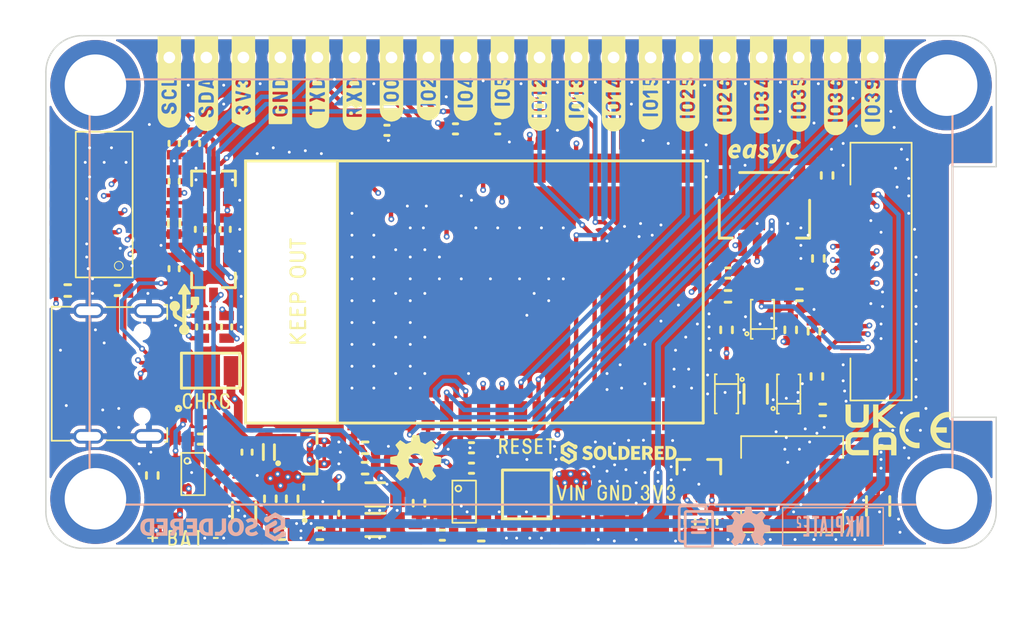
<source format=kicad_pcb>
(kicad_pcb (version 20211014) (generator pcbnew)
  (title_block (title "Soldered Inkplate 2") (date "2022-12-09") (rev "V1.2.3.") (company "SOLDERED") (comment 1 "333166"))
  (layers (0 "F.Cu" signal) (1 "In1.Cu" power "In1.CuGND") (2 "In2.Cu" signal) (31 "B.Cu" signal) (34 "B.Paste" user) (35 "F.Paste" user) (36 "B.SilkS" user "B.Silkscreen") (37 "F.SilkS" user "F.Silkscreen") (38 "B.Mask" user) (39 "F.Mask" user) (44 "Edge.Cuts" user))
  (net 0 "")
  (net 1 "GND")
  (net 2 "3V3")
  (net 3 "RST")
  (net 4 "VUSB")
  (net 5 "Net-(C6-Pad2)")
  (net 6 "Net-(C15-Pad2)")
  (net 7 "Net-(C16-Pad2)")
  (net 8 "Net-(C17-Pad2)")
  (net 9 "Net-(C18-Pad2)")
  (net 10 "Net-(C19-Pad2)")
  (net 11 "PREVGL")
  (net 12 "VCOM")
  (net 13 "Net-(C23-Pad1)")
  (net 14 "Net-(C23-Pad2)")
  (net 15 "PREVGH")
  (net 16 "Net-(F1-Pad2)")
  (net 17 "SDA")
  (net 18 "SCL")
  (net 19 "RXD")
  (net 20 "TXD")
  (net 21 "IO34")
  (net 22 "IO25")
  (net 23 "IO26")
  (net 24 "IO14")
  (net 25 "IO12")
  (net 26 "IO5")
  (net 27 "IO4")
  (net 28 "IO0")
  (net 29 "IO2")
  (net 30 "IO15")
  (net 31 "IO39")
  (net 32 "IO36")
  (net 33 "IO13")
  (net 34 "Net-(K20-PadA5)")
  (net 35 "D+")
  (net 36 "D-")
  (net 38 "Net-(K20-PadB5)")
  (net 43 "RESE")
  (net 44 "GDR")
  (net 46 "Net-(Q2-Pad1)")
  (net 47 "RTS")
  (net 48 "Net-(Q3-Pad1)")
  (net 49 "DTR")
  (net 50 "SDI")
  (net 51 "SCLK")
  (net 52 "MANUAL_RST")
  (net 53 "Net-(R4-Pad2)")
  (net 54 "CS")
  (net 55 "CP-RXD")
  (net 56 "D{slash}C")
  (net 57 "CP-TXD")
  (net 58 "RES")
  (net 59 "/Microcontroller/EPD_BUSSY")
  (net 60 "VBAT")
  (net 61 "VIN")
  (net 62 "Net-(D1-Pad1)")
  (net 69 "Net-(D1-Pad2)")
  (net 77 "IO35")
  (net 78 "Net-(R10-Pad1)")
  (footprint "e-radionica.com footprinti:HEADER_MALE_1X1_Inkplate" (layer "F.Cu") (at 128.79 106.3)
    (fp_text reference "K15")
    (fp_text value "HEADER_MALE_1X1_Inkplate")
  )
  (footprint "e-radionica.com footprinti:0402LED" (layer "F.Cu") (at 110 131 180)
    (fp_text reference "D1")
    (fp_text value "RED")
  )
  (footprint "e-radionica.com footprinti:PAD_2x1.5" (layer "F.Cu") (at 142 138 90)
    (fp_text reference "PAD3")
    (fp_text value "PAD_2x1.5")
  )
  (footprint "buzzardLabel" (layer "F.Cu") (at 151.65 104.4 90)
    (fp_text reference "")
    (fp_text value "")
  )
  (footprint "e-radionica.com footprinti:HEADER_MALE_1X1_Inkplate" (layer "F.Cu") (at 133.87 106.3)
    (fp_text reference "K13")
    (fp_text value "HEADER_MALE_1X1_Inkplate")
  )
  (footprint "e-radionica.com footprinti:SOT-23-3" (layer "F.Cu") (at 111.5 121.4 -90)
    (fp_text reference "Q2")
    (fp_text value "NPN")
  )
  (footprint "e-radionica.com footprinti:Standoff_M3" (layer "F.Cu") (at 161.8 108.2)
    (fp_text reference "H3")
    (fp_text value "Standoff_M3")
  )
  (footprint "e-radionica.com footprinti:HEADER_MALE_1X1_Inkplate" (layer "F.Cu") (at 123.71 106.3)
    (fp_text reference "K16")
    (fp_text value "HEADER_MALE_1X1_Inkplate")
  )
  (footprint "e-radionica.com footprinti:0603C" (layer "F.Cu") (at 116.9 136.6 90)
    (fp_text reference "C10")
    (fp_text value "100n")
  )
  (footprint "buzzardLabel" (layer "F.Cu") (at 136 136.2)
    (fp_text reference "")
    (fp_text value "")
  )
  (footprint "e-radionica.com footprinti:HEADER_MALE_1X1_Inkplate" (layer "F.Cu") (at 154.19 106.3)
    (fp_text reference "K22")
    (fp_text value "HEADER_MALE_1X1_Inkplate")
  )
  (footprint "e-radionica.com footprinti:PAD_2x1.5" (layer "F.Cu") (at 136 138 90)
    (fp_text reference "PAD5")
    (fp_text value "PAD_2x1.5")
  )
  (footprint "e-radionica.com footprinti:Standoff_M3" (layer "F.Cu") (at 103.4 108.2)
    (fp_text reference "H4")
    (fp_text value "Standoff_M3")
  )
  (footprint "e-radionica.com footprinti:0603R" (layer "F.Cu") (at 108.8 114.8 -90)
    (fp_text reference "R2")
    (fp_text value "10k")
  )
  (footprint "e-radionica.com footprinti:SOT-23-5" (layer "F.Cu") (at 110.1 134.9)
    (fp_text reference "U3")
    (fp_text value "MCP73831T-2ATI/OT")
  )
  (footprint "e-radionica.com footprinti:0603R" (layer "F.Cu") (at 128.1 111.2)
    (fp_text reference "R15")
    (fp_text value "100k")
  )
  (footprint "e-radionica.com footprinti:0603R" (layer "F.Cu") (at 127.2 139.1 180)
    (fp_text reference "R3")
    (fp_text value "100k")
  )
  (footprint "e-radionica.com footprinti:0603C" (layer "F.Cu") (at 108.8 117.7 90)
    (fp_text reference "C6")
    (fp_text value "100n")
  )
  (footprint "e-radionica.com footprinti:0603R" (layer "F.Cu") (at 129.2 133.1)
    (fp_text reference "R16")
    (fp_text value "100k")
  )
  (footprint "buzzardLabel" (layer "F.Cu") (at 138.95 104.4 90)
    (fp_text reference "")
    (fp_text value "")
  )
  (footprint "e-radionica.com footprinti:HEADER_MALE_1X1_Inkplate" (layer "F.Cu") (at 113.55 106.3)
    (fp_text reference "K4")
    (fp_text value "HEADER_MALE_1X1_Inkplate")
  )
  (footprint "e-radionica.com footprinti:0603R" (layer "F.Cu") (at 112.4 124.8 90)
    (fp_text reference "R8")
    (fp_text value "1k")
  )
  (footprint "e-radionica.com footprinti:0603C" (layer "F.Cu") (at 129.87 139.1 180)
    (fp_text reference "C4")
    (fp_text value "2u2")
  )
  (footprint "e-radionica.com footprinti:1206C" (layer "F.Cu") (at 157.1 137.1 90)
    (fp_text reference "C22")
    (fp_text value "CL31B475KBHNFNE")
  )
  (footprint "e-radionica.com footprinti:HEADER_MALE_1X1_Inkplate" (layer "F.Cu") (at 138.95 106.3)
    (fp_text reference "K12")
    (fp_text value "HEADER_MALE_1X1_Inkplate")
  )
  (footprint "e-radionica.com footprinti:SOD-123" (layer "F.Cu") (at 150.964 131.5 90)
    (fp_text reference "D5")
    (fp_text value "MBR0530T1G")
  )
  (footprint "buzzardLabel" (layer "F.Cu") (at 113.55 104.4 90)
    (fp_text reference "")
    (fp_text value "")
  )
  (footprint "e-radionica.com footprinti:0603R" (layer "F.Cu") (at 129.2 134.5)
    (fp_text reference "R4")
    (fp_text value "47R")
  )
  (footprint "buzzardLabel" (layer "F.Cu") (at 121.17 104.4 90)
    (fp_text reference "")
    (fp_text value "")
  )
  (footprint "e-radionica.com footprinti:1206C" (layer "F.Cu") (at 122.6 138.4)
    (fp_text reference "C11")
    (fp_text value "10u")
  )
  (footprint "e-radionica.com footprinti:0603R" (layer "F.Cu") (at 112.3 118.1 -90)
    (fp_text reference "R12")
    (fp_text value "10k")
  )
  (footprint "e-radionica.com footprinti:SOT-23-3" (layer "F.Cu") (at 117.9 133.4)
    (fp_text reference "Q1")
    (fp_text value "SSM3J358R,LF")
  )
  (footprint "e-radionica.com footprinti:0603C" (layer "F.Cu") (at 125.6 136.9 90)
    (fp_text reference "C26")
    (fp_text value "100n")
  )
  (footprint "e-radionica.com footprinti:Standoff_M3" (layer "F.Cu") (at 161.8 136.6)
    (fp_text reference "H2")
    (fp_text value "Standoff_M3")
  )
  (footprint "e-radionica.com footprinti:HEADER_MALE_1X1_Inkplate" (layer "F.Cu") (at 151.65 106.3)
    (fp_text reference "K9")
    (fp_text value "HEADER_MALE_1X1_Inkplate")
  )
  (footprint "e-radionica.com footprinti:0603R" (layer "F.Cu") (at 146.8 121.1 180)
    (fp_text reference "R17")
    (fp_text value "100k")
  )
  (footprint "e-radionica.com footprinti:U262-161N-4BVC11" (layer "F.Cu") (at 105.4 128 -90)
    (fp_text reference "K20")
    (fp_text value "U262-161N-4BVC11")
  )
  (footprint "e-radionica.com footprinti:0603R" (layer "F.Cu") (at 145.7 138.2 90)
    (fp_text reference "R22")
    (fp_text value "0603WAF470LT5E")
  )
  (footprint "buzzardLabel" (layer "F.Cu") (at 156.73 104.4 90)
    (fp_text reference "")
    (fp_text value "")
  )
  (footprint "e-radionica.com footprinti:SOD-323" (layer "F.Cu") (at 115.3 133.4 -90)
    (fp_text reference "D2")
    (fp_text value "BAT20J")
  )
  (footprint "e-radionica.com footprinti:0603C" (layer "F.Cu") (at 115.4 136.6 90)
    (fp_text reference "C9")
    (fp_text value "2u2")
  )
  (footprint "e-radionica.com footprinti:0603C" (layer "F.Cu") (at 152.9 128.2 90)
    (fp_text reference "C19")
    (fp_text value "C1608X5R1H105K080AB")
  )
  (footprint "e-radionica.com footprinti:0603R" (layer "F.Cu") (at 108.8 112.2 90)
    (fp_text reference "R1")
    (fp_text value "10k")
  )
  (footprint "e-radionica.com footprinti:Inductor_SMD_7x6.6" (layer "F.Cu") (at 151.2 135.6 180)
    (fp_text reference "L1")
    (fp_text value "PSPMAA0603-100M-ANF")
  )
  (footprint "e-radionica.com footprinti:0603C" (layer "F.Cu") (at 153.6 114.4 -90)
    (fp_text reference "C15")
    (fp_text value "C1608X5R1H105K080AB")
  )
  (footprint "e-radionica.com footprinti:HEADER_MALE_1X1_Inkplate" (layer "F.Cu") (at 111.01 106.3)
    (fp_text reference "K3")
    (fp_text value "HEADER_MALE_1X1_Inkplate")
  )
  (footprint "e-radionica.com footprinti:0603R" (layer "F.Cu") (at 110.7 124.8 90)
    (fp_text reference "R9")
    (fp_text value "1k")
  )
  (footprint "e-radionica.com footprinti:0603R" (layer "F.Cu") (at 123.4 111.3 180)
    (fp_text reference "R18")
    (fp_text value "100k")
  )
  (footprint "e-radionica.com footprinti:PAD_2x1.5" (layer "F.Cu") (at 111.1 137.8)
    (fp_text reference "PAD2")
    (fp_text value "PAD_2x1.5")
  )
  (footprint "e-radionica.com footprinti:0603C" (layer "F.Cu") (at 101.5 122.3 180)
    (fp_text reference "C5")
    (fp_text value "100n")
  )
  (footprint "buzzardLabel" (layer "F.Cu") (at 111.01 104.4 90)
    (fp_text reference "")
    (fp_text value "")
  )
  (footprint "e-radionica.com footprinti:HEADER_MALE_1X1_Inkplate" (layer "F.Cu") (at 149.11 106.3)
    (fp_text reference "K8")
    (fp_text value "HEADER_MALE_1X1_Inkplate")
  )
  (footprint "buzzardLabel" (layer "F.Cu") (at 131.33 104.4 90)
    (fp_text reference "")
    (fp_text value "")
  )
  (footprint "e-radionica.com footprinti:HEADER_MALE_1X1_Inkplate" (layer "F.Cu") (at 131.33 106.3)
    (fp_text reference "K14")
    (fp_text value "HEADER_MALE_1X1_Inkplate")
  )
  (footprint "e-radionica.com footprinti:0603C" (layer "F.Cu") (at 121.9 133.1)
    (fp_text reference "C3")
    (fp_text value "100n")
  )
  (footprint "e-radionica.com footprinti:TPS7A2633DRVR" (layer "F.Cu") (at 118.9 136.7 90)
    (fp_text reference "U4")
    (fp_text value "TPS7A2633DRVR")
  )
  (footprint "buzzardLabel" (layer "F.Cu") (at 123.71 104.4 90)
    (fp_text reference "")
    (fp_text value "")
  )
  (footprint "e-radionica.com footprinti:1206FUSE" (layer "F.Cu") (at 111.3 127.8 180)
    (fp_text reference "F1")
    (fp_text value "1206FUSE_500mA")
  )
  (footprint "buzzardLabel" (layer "F.Cu") (at 109.4 139.3)
    (fp_text reference "")
    (fp_text value "")
  )
  (footprint "e-radionica.com footprinti:0402R" (layer "F.Cu") (at 111.9 131 180)
    (fp_text reference "R5")
    (fp_text value "2k2")
  )
  (footprint "e-radionica.com footprinti:0603R" (layer "F.Cu") (at 131 111.2 180)
    (fp_text reference "R19")
    (fp_text value "100k")
  )
  (footprint "buzzardLabel" (layer "F.Cu") (at 133.87 104.4 90)
    (fp_text reference "")
    (fp_text value "")
  )
  (footprint "e-radionica.com footprinti:TX2400-FPC-5015" (layer "F.Cu") (at 122.24 119.53)
    (fp_text reference "K19")
    (fp_text value "TX2400-FPC-5015")
  )
  (footprint "e-radionica.com footprinti:HEADER_MALE_1X1_Inkplate" (layer "F.Cu") (at 156.73 106.3)
    (fp_text reference "K21")
    (fp_text value "HEADER_MALE_1X1_Inkplate")
  )
  (footprint "e-radionica.com footprinti:HEADER_MALE_1X1_Inkplate" (layer "F.Cu") (at 141.49 106.3)
    (fp_text reference "K18")
    (fp_text value "HEADER_MALE_1X1_Inkplate")
  )
  (footprint "e-radionica.com footprinti:FIDUCIAL_23" (layer "F.Cu") (at 103 128.2)
    (fp_text reference "FD1")
    (fp_text value "FIDUCIAL")
  )
  (footprint "Soldered Graphics:Logo-Front-CE-3.5mm" (layer "F.Cu") (at 160.31 131.88)
    (fp_text reference "REF**" hide)
    (fp_text value "Logo-Front-CE-3.5mm" hide)
  )
  (footprint "buzzardLabel" (layer "F.Cu") (at 133 133)
    (fp_text reference "")
    (fp_text value "")
  )
  (footprint "e-radionica.com footprinti:0603R" (layer "F.Cu") (at 108.8 120.8 90)
    (fp_text reference "R6")
    (fp_text value "5k1")
  )
  (footprint "e-radionica.com footprinti:0603R" (layer "F.Cu") (at 110.2 112.2 -90)
    (fp_text reference "R14")
    (fp_text value "100k")
  )
  (footprint "e-radionica.com footprinti:HEADER_MALE_1X1_Inkplate" (layer "F.Cu") (at 144.03 106.3)
    (fp_text reference "K10")
    (fp_text value "HEADER_MALE_1X1_Inkplate")
  )
  (footprint "e-radionica.com footprinti:0603R" (layer "F.Cu") (at 104.9 122.3 180)
    (fp_text reference "R7")
    (fp_text value "5k1")
  )
  (footprint "e-radionica.com footprinti:HEADER_MALE_1X1_Inkplate" (layer "F.Cu") (at 136.41 106.3)
    (fp_text reference "K25")
    (fp_text value "HEADER_MALE_1X1_Inkplate")
  )
  (footprint "e-radionica.com footprinti:HEADER_MALE_1X1_Inkplate" (layer "F.Cu") (at 121.17 106.3)
    (fp_text reference "K6")
    (fp_text value "HEADER_MALE_1X1_Inkplate")
  )
  (footprint "e-radionica.com footprinti:0603C" (layer "F.Cu") (at 116.2 139)
    (fp_text reference "C12")
    (fp_text value "100n")
  )
  (footprint "e-radionica.com footprinti:0603R" (layer "F.Cu") (at 113.8 133.4 -90)
    (fp_text reference "R11")
    (fp_text value "100k")
  )
  (footprint "e-radionica.com footprinti:1206C" (layer "F.Cu") (at 122.6 136.3)
    (fp_text reference "C1")
    (fp_text value "10u")
  )
  (footprint "Soldered Graphics:Logo-Front-easyC-5mm" (layer "F.Cu") (at 149.3 112.7)
    (fp_text reference "G***" hide)
    (fp_text value "LOGO" hide)
  )
  (footprint "e-radionica.com footprinti:SOT-23-5" (layer "F.Cu") (at 128.7 136.8)
    (fp_text reference "U6")
    (fp_text value "TPS3840PL27DBVR")
  )
  (footprint "e-radionica.com footprinti:0603C" (layer "F.Cu") (at 151.1 125 -90)
    (fp_text reference "C18")
    (fp_text value "C1608X5R1H105K080AB")
  )
  (footprint "e-radionica.com footprinti:PAD_2x1.5" (layer "F.Cu") (at 107.7 137.8)
    (fp_text reference "PAD1")
    (fp_text value "PAD_2x1.5")
  )
  (footprint "e-radionica.com footprinti:0603C" (layer "F.Cu") (at 107.3 135 -90)
    (fp_text reference "C7")
    (fp_text value "2u2")
  )
  (footprint "buzzardLabel" (layer "F.Cu") (at 141.49 104.4 90)
    (fp_text reference "")
    (fp_text value "")
  )
  (footprint "e-radionica.com footprinti:0603C" (layer "F.Cu") (at 121.9 134.5)
    (fp_text reference "C2")
    (fp_text value "2u2")
  )
  (footprint "buzzardLabel" (layer "F.Cu") (at 111 129.9)
    (fp_text reference "")
    (fp_text value "")
  )
  (footprint "e-radionica.com footprinti:0603R" (layer "F.Cu") (at 110.6 118.1 90)
    (fp_text reference "R13")
    (fp_text value "10k")
  )
  (footprint "e-radionica.com footprinti:HEADER_MALE_1X1_Inkplate" (layer "F.Cu") (at 126.25 106.3)
    (fp_text reference "K17")
    (fp_text value "HEADER_MALE_1X1_Inkplate")
  )
  (footprint "e-radionica.com footprinti:HEADER_MALE_1X1_Inkplate" (layer "F.Cu") (at 108.47 106.3)
    (fp_text reference "K1")
    (fp_text value "HEADER_MALE_1X1_Inkplate")
  )
  (footprint "e-radionica.com footprinti:SFV24R-2STBE1HLF" (layer "F.Cu") (at 155.2 121 90)
    (fp_text reference "K24")
    (fp_text value "SFV24R-1STBE1HLF")
  )
  (footprint "buzzardLabel" (layer "F.Cu") (at 139 136.2)
    (fp_text reference "")
    (fp_text value "")
  )
  (footprint "e-radionica.com footprinti:0603C" (layer "F.Cu") (at 146.7 125 -90)
    (fp_text reference "C24")
    (fp_text value "C1608X5R1H105K080AB")
  )
  (footprint "e-radionica.com footprinti:HEADER_MALE_1X1_Inkplate" (layer "F.Cu") (at 118.63 106.3)
    (fp_text reference "K7")
    (fp_text value "HEADER_MALE_1X1_Inkplate")
  )
  (footprint "e-radionica.com footprinti:ESP32-WROVER" (layer "F.Cu") (at 132.57 122.4 90)
    (fp_text reference "U1")
    (fp_text value "ESP32-WROVER-IE-N4R8")
  )
  (footprint "Soldered Graphics:Symbol-Front-USB" (layer "F.Cu") (at 109.5 123.6)
    (fp_text reference "G***" hide)
    (fp_text value "LOGO" hide)
  )
  (footprint "buzzardLabel" (layer "F.Cu") (at 146.57 104.4 90)
    (fp_text reference "")
    (fp_text value "")
  )
  (footprint "e-radionica.com footprinti:0603C" (layer "F.Cu") (at 118.8 139 180)
    (fp_text reference "C13")
    (fp_text value "2u2")
  )
  (footprint "Soldered Graphics:Logo-Front-UKCA-3.5mm" (layer "F.Cu") (at 156.61 131.87)
    (fp_text reference "REF**" hide)
    (fp_text value "Logo-Front-UKCA-3.5mm" hide)
  )
  (footprint "e-radionica.com footprinti:0603C" (layer "F.Cu") (at 151.7 122.6)
    (fp_text reference "C14")
    (fp_text value "C1608X5R1H105K080AB")
  )
  (footprint "e-radionica.com footprinti:YTSA007A0151803B" (layer "F.Cu") (at 133 136.3 90)
    (fp_text reference "SW1")
    (fp_text value "YTSA007A0151803B")
  )
  (footprint "buzzardLabel" (layer "F.Cu") (at 154.19 104.4 90)
    (fp_text reference "")
    (fp_text value "")
  )
  (footprint "buzzardLabel" (layer "F.Cu") (at 118.63 104.4 90)
    (fp_text reference "")
    (fp_text value "")
  )
  (footprint "e-radionica.com footprinti:SOT-23-3" (layer "F.Cu") (at 111.5 114.8 90)
    (fp_text reference "Q3")
    (fp_text value "NPN")
  )
  (footprint "buzzardLabel" (layer "F.Cu") (at 108.47 104.4 90)
    (fp_text reference "")
    (fp_text value "")
  )
  (footprint "e-radionica.com footprinti:Standoff_M3" (layer "F.Cu") (at 103.4 136.6)
    (fp_text reference "H1")
    (fp_text value "Standoff_M3")
  )
  (footprint "e-radionica.com footprinti:0603C" (layer "F.Cu") (at 146.8 122.7)
    (fp_text reference "C20")
    (fp_text value "C1608X5R1H105K080AB")
  )
  (footprint "buzzardLabel" (layer "F.Cu") (at 116.09 104.4 90)
    (fp_text reference "")
    (fp_text value "")
  )
  (footprint "e-radionica.com footprinti:1206C" (layer "F.Cu") (at 148.7 129.4 90)
    (fp_text reference "C23")
    (fp_text value "CL31B475KBHNFNE")
  )
  (footprint "buzzardLabel" (layer "F.Cu") (at 128.79 104.4 90)
    (fp_text reference "")
    (fp_text value "")
  )
  (footprint "buzzardLabel" (layer "F.Cu") (at 136.41 104.4 90)
    (fp_text reference "")
    (fp_text value "")
  )
  (footprint "e-radionica.com footprinti:0603R" (layer "F.Cu") (at 110.6 132.5 180)
    (fp_text reference "R10")
    (fp_text value "2k49")
  )
  (footprint "e-radionica.com footprinti:HEADER_MALE_1X1_Inkplate" (layer "F.Cu") (at 116.09 106.3)
    (fp_text reference "K5")
    (fp_text value "HEADER_MALE_1X1_Inkplate")
  )
  (footprint "e-radionica.com footprinti:SOP-16" (layer "F.Cu") (at 104 116.4 180)
    (fp_text reference "U2")
    (fp_text value "CH340C")
  )
  (footprint "e-radionica.com footprinti:SOT-23-3" (layer "F.Cu") (at 144.8 134.6 90)
    (fp_text reference "Q7")
    (fp_text value "CJ2310")
  )
  (footprint "buzzardLabel" (layer "F.Cu") (at 142 136.2)
    (fp_text reference "")
    (fp_text value "")
  )
  (footprint "e-radionica.com footprinti:SOD-123" (layer "F.Cu") (at 149.164 126.37 90)
    (fp_text reference "D4")
    (fp_text value "MBR0530T1G")
  )
  (footprint "buzzardLabel" (layer "F.Cu") (at 144.03 104.4 90)
    (fp_text reference "")
    (fp_text value "")
  )
  (footprint "Soldered Graphics:Logo-Front-OSH-3.5mm" (layer "F.Cu") (at 125.37 133.8)
    (fp_text reference "G***" hide)
    (fp_text value "LOGO" hide)
  )
  (footprint "e-radionica.com footprinti:1206C" (layer "F.Cu") (at 113.6 137.5 90)
    (fp_text reference "C8")
    (fp_text value "10u")
  )
  (footprint "e-radionica.com footprinti:PAD_2x1.5" (layer "F.Cu") (at 139 138 90)
    (fp_text reference "PAD4")
    (fp_text value "PAD_2x1.5")
  )
  (footprint "Soldered Graphics:Version1.2.3." (layer "F.Cu") (at 161 122.39 90)
    (fp_text reference "REF**" hide)
    (fp_text value "Version1.2.3." hide)
  )
  (footprint "buzzardLabel" (layer "F.Cu") (at 126.25 104.4 90)
    (fp_text reference "")
    (fp_text value "")
  )
  (footprint "Soldered Graphics:Logo-Back-SolderedFULL-10mm" (layer "F.Cu") (at 111.48 138.53)
    (fp_text reference "G***" hide)
    (fp_text value "LOGO" hide)
  )
  (footprint "e-radionica.com footprinti:easyC-connector" (layer "F.Cu") (at 149.3 117)
    (fp_text reference "K2")
    (fp_text value "easyC-SMD")
  )
  (footprint "e-radionica.com footprinti:0603R" (layer "F.Cu") (at 144.2 138.2 90)
    (fp_text reference "R21")
    (fp_text value "1M")
  )
  (footprint "e-radionica.com footprinti:0603C" (layer "F.Cu") (at 153.3 130.5)
    (fp_text reference "C21")
    (fp_text value "C1608X5R1H105K080AB")
  )
  (footprint "e-radionica.com footprinti:0603C" (layer "F.Cu") (at 153 120.1 90)
    (fp_text reference "C17")
    (fp_text value "C1608X5R1H105K080AB")
  )
  (footprint "e-radionica.com footprinti:SOD-123" (layer "F.Cu") (at 146.7 127.3 -90)
    (fp_text reference "D6")
    (fp_text value "MBR0530T1G")
  )
  (footprint "Soldered Graphics:Logo-Front-SolderedFULL-8mm" (layer "F.Cu") (at 139.27 133.44)
    (fp_text reference "G***" hide)
    (fp_text value "LOGO" hide)
  )
  (footprint "e-radionica.com footprinti:0603C" (layer "F.Cu") (at 152.7 125.1 -90)
    (fp_text reference "C16")
    (fp_text value "C1608X5R1H105K080AB")
  )
  (footprint "e-radionica.com footprinti:HEADER_MALE_1X1_Inkplate" (layer "F.Cu") (at 146.57 106.3)
    (fp_text reference "K11")
    (fp_text value "HEADER_MALE_1X1_Inkplate")
  )
  (footprint "buzzardLabel" (layer "F.Cu") (at 149.11 104.4 90)
    (fp_text reference "")
    (fp_text value "")
  )
  (footprint "e-radionica.com footprinti:GDEH0213Z19" (layer "B.Cu") (at 132.6 122.4 180)
    (fp_text reference "U5")
    (fp_text value "GDEH0213Z19")
  )
  (footprint "Soldered Graphics:Symbol-Front-EPD" (layer "B.Cu") (at 144.6 138.5 180)
    (fp_text reference "G***" hide)
    (fp_text value "LOGO" hide)
  )
  (footprint "LOGO" (layer "B.Cu") (at 148.2 138.5 180)
    (fp_text reference "G***" hide)
    (fp_text value "LOGO" hide)
  )
  (footprint "Soldered Graphics:Logo-Front-Inkplate2-7mm" (layer "B.Cu") (at 154 138.5 180)
    (fp_text reference "REF**" hide)
    (fp_text value "Logo-Front-Inkplate2-7mm" hide)
  )
  (gr_rect locked (start 103 137) (end 162.2 107.8) (layer "B.SilkS") (width 0.15) (fill none))
  (gr_line (start 162.7 140) (end 102.5 140) (layer "Edge.Cuts") (width 0.1))
  (gr_arc locked (start 100 107.3) (mid 100.732233 105.532233) (end 102.5 104.8) (layer "Edge.Cuts") (width 0.1))
  (gr_line (start 162.7 104.8) (end 102.5 104.8) (layer "Edge.Cuts") (width 0.1))
  (gr_arc locked (start 162.7 104.8) (mid 164.467767 105.532233) (end 165.2 107.3) (layer "Edge.Cuts") (width 0.1))
  (gr_line (start 165.2 113.8) (end 165.2 107.3) (layer "Edge.Cuts") (width 0.1))
  (gr_arc locked (start 165.2 137.5) (mid 164.467767 139.267767) (end 162.7 140) (layer "Edge.Cuts") (width 0.1))
  (gr_line (start 162.2 131) (end 165.2 131) (layer "Edge.Cuts") (width 0.1))
  (gr_arc locked (start 102.5 140) (mid 100.732233 139.267767) (end 100 137.5) (layer "Edge.Cuts") (width 0.1))
  (gr_line (start 162.2 113.8) (end 162.2 131) (layer "Edge.Cuts") (width 0.1))
  (gr_line (start 165.2 131) (end 165.2 137.5) (layer "Edge.Cuts") (width 0.1))
  (gr_line (start 100 137.5) (end 100 107.3) (layer "Edge.Cuts") (width 0.1))
  (gr_line locked (start 165.2 113.8) (end 162.2 113.8) (layer "Edge.Cuts") (width 0.1))
  (via (at 157.4 122.4) (size 0.4) (drill 0.2) (layers "F.Cu" "B.Cu") (net 1))
  (via (at 103.4 125) (size 0.4) (drill 0.2) (layers "F.Cu" "B.Cu") (net 1))
  (via (at 159.7 123.4) (size 0.4) (drill 0.2) (layers "F.Cu" "B.Cu") (net 1))
  (via (at 145.2 108.2) (size 0.4) (drill 0.2) (layers "F.Cu" "B.Cu") (net 1))
  (via (at 117.8 112.7) (size 0.4) (drill 0.2) (layers "F.Cu" "B.Cu") (net 1))
  (via (at 142.2 124.4) (size 0.4) (drill 0.2) (layers "F.Cu" "B.Cu") (net 1))
  (via (at 127.6 133.2) (size 0.4) (drill 0.2) (layers "F.Cu" "B.Cu") (net 1))
  (via (at 121 121.5) (size 0.4) (drill 0.2) (layers "F.Cu" "B.Cu") (net 1))
  (via (at 154.7 128.5) (size 0.4) (drill 0.2) (layers "F.Cu" "B.Cu") (net 1))
  (via (at 152.4 132.7) (size 0.4) (drill 0.2) (layers "F.Cu" "B.Cu") (net 1))
  (via (at 107.2 133.4) (size 0.4) (drill 0.2) (layers "F.Cu" "B.Cu") (net 1))
  (via (at 145.3 114.5) (size 0.4) (drill 0.2) (layers "F.Cu" "B.Cu") (net 1))
  (via (at 132.3 139.3) (size 0.4) (drill 0.2) (layers "F.Cu" "B.Cu") (net 1))
  (via (at 119.8 107.8) (size 0.4) (drill 0.2) (layers "F.Cu" "B.Cu") (net 1))
  (via (at 142.7 108) (size 0.4) (drill 0.2) (layers "F.Cu" "B.Cu") (net 1))
  (via (at 102.9 120.8) (size 0.4) (drill 0.2) (layers "F.Cu" "B.Cu") (net 1))
  (via (at 158.6 138.9) (size 0.4) (drill 0.2) (layers "F.Cu" "B.Cu") (net 1))
  (via (at 114.5 112.9) (size 0.4) (drill 0.2) (layers "F.Cu" "B.Cu") (net 1))
  (via (at 127 121.5) (size 0.4) (drill 0.2) (layers "F.Cu" "B.Cu") (net 1))
  (via (at 102.8 120) (size 0.4) (drill 0.2) (layers "F.Cu" "B.Cu") (net 1))
  (via (at 145.4 128.1) (size 0.4) (drill 0.2) (layers "F.Cu" "B.Cu") (net 1))
  (via (at 122.5 129) (size 0.4) (drill 0.2) (layers "F.Cu" "B.Cu") (net 1))
  (via (at 140.8 117.7) (size 0.4) (drill 0.2) (layers "F.Cu" "B.Cu") (net 1))
  (via (at 131.6 139.3) (size 0.4) (drill 0.2) (layers "F.Cu" "B.Cu") (net 1))
  (via (at 152.7 123.6) (size 0.4) (drill 0.2) (layers "F.Cu" "B.Cu") (net 1))
  (via (at 155.5 139.4) (size 0.4) (drill 0.2) (layers "F.Cu" "B.Cu") (net 1))
  (via (at 112.6 137.8) (size 0.4) (drill 0.2) (layers "F.Cu" "B.Cu") (net 1))
  (via (at 155.37 109.1) (size 0.4) (drill 0.2) (layers "F.Cu" "B.Cu") (net 1))
  (via (at 131 133.7) (size 0.4) (drill 0.2) (layers "F.Cu" "B.Cu") (net 1))
  (via (at 141.1 128.7) (size 0.4) (drill 0.2) (layers "F.Cu" "B.Cu") (net 1))
  (via (at 151.6 129.9) (size 0.4) (drill 0.2) (layers "F.Cu" "B.Cu") (net 1))
  (via (at 147.6 129.3) (size 0.4) (drill 0.2) (layers "F.Cu" "B.Cu") (net 1))
  (via (at 135 133.9) (size 0.4) (drill 0.2) (layers "F.Cu" "B.Cu") (net 1))
  (via (at 132.5 121.5) (size 0.4) (drill 0.2) (layers "F.Cu" "B.Cu") (net 1))
  (via (at 122.5 123) (size 0.4) (drill 0.2) (layers "F.Cu" "B.Cu") (net 1))
  (via (at 152.7 110.8) (size 0.4) (drill 0.2) (layers "F.Cu" "B.Cu") (net 1))
  (via (at 147.9 125) (size 0.4) (drill 0.2) (layers "F.Cu" "B.Cu") (net 1))
  (via (at 139 132.8) (size 0.4) (drill 0.2) (layers "F.Cu" "B.Cu") (net 1))
  (via (at 125 120) (size 0.4) (drill 0.2) (layers "F.Cu" "B.Cu") (net 1))
  (via (at 159.2 115.8) (size 0.4) (drill 0.2) (layers "F.Cu" "B.Cu") (net 1))
  (via (at 137.6 134.4) (size 0.4) (drill 0.2) (layers "F.Cu" "B.Cu") (net 1))
  (via (at 104.5 112.5) (size 0.4) (drill 0.2) (layers "F.Cu" "B.Cu") (net 1))
  (via (at 133 124) (size 0.4) (drill 0.2) (layers "F.Cu" "B.Cu") (net 1))
  (via (at 149.7 139.4) (size 0.4) (drill 0.2) (layers "F.Cu" "B.Cu") (net 1))
  (via (at 128.5 115.8) (size 0.4) (drill 0.2) (layers "F.Cu" "B.Cu") (net 1))
  (via (at 145.4 113.4) (size 0.4) (drill 0.2) (layers "F.Cu" "B.Cu") (net 1))
  (via (at 150.1 132) (size 0.4) (drill 0.2) (layers "F.Cu" "B.Cu") (net 1))
  (via (at 151.4 139.4) (size 0.4) (drill 0.2) (layers "F.Cu" "B.Cu") (net 1))
  (via (at 158.2 111.1) (size 0.4) (drill 0.2) (layers "F.Cu" "B.Cu") (net 1))
  (via (at 155.6 108) (size 0.4) (drill 0.2) (layers "F.Cu" "B.Cu") (net 1))
  (via (at 148 108.1) (size 0.4) (drill 0.2) (layers "F.Cu" "B.Cu") (net 1))
  (via (at 134.5 123) (size 0.4) (drill 0.2) (layers "F.Cu" "B.Cu") (net 1))
  (via (at 150.9 134.1) (size 0.4) (drill 0.2) (layers "F.Cu" "B.Cu") (net 1))
  (via (at 130.5 121.5) (size 0.4) (drill 0.2) (layers "F.Cu" "B.Cu") (net 1))
  (via (at 118.9 112.9) (size 0.4) (drill 0.2) (layers "F.Cu" "B.Cu") (net 1))
  (via (at 128.5 121.5) (size 0.4) (drill 0.2) (layers "F.Cu" "B.Cu") (net 1))
  (via (at 134 139.3) (size 0.4) (drill 0.2) (layers "F.Cu" "B.Cu") (net 1))
  (via (at 156.6 117.5) (size 0.4) (drill 0.2) (layers "F.Cu" "B.Cu") (net 1))
  (via (at 158.3 113.9) (size 0.4) (drill 0.2) (layers "F.Cu" "B.Cu") (net 1))
  (via (at 149.8 124.2) (size 0.4) (drill 0.2) (layers "F.Cu" "B.Cu") (net 1))
  (via (at 112.8 114.7) (size 0.4) (drill 0.2) (layers "F.Cu" "B.Cu") (net 1))
  (via (at 143 132.6) (size 0.4) (drill 0.2) (layers "F.Cu" "B.Cu") (net 1))
  (via (at 132.6 108.1) (size 0.4) (drill 0.2) (layers "F.Cu" "B.Cu") (net 1))
  (via (at 143.8 134.6) (size 0.4) (drill 0.2) (layers "F.Cu" "B.Cu") (net 1))
  (via (at 134 118) (size 0.4) (drill 0.2) (layers "F.Cu" "B.Cu") (net 1))
  (via (at 156.6 123.2) (size 0.4) (drill 0.2) (layers "F.Cu" "B.Cu") (net 1))
  (via (at 121 126) (size 0.4) (drill 0.2) (layers "F.Cu" "B.Cu") (net 1))
  (via (at 121 120) (size 0.4) (drill 0.2) (layers "F.Cu" "B.Cu") (net 1))
  (via (at 140.2 108) (size 0.4) (drill 0.2) (layers "F.Cu" "B.Cu") (net 1))
  (via (at 157.2 137.5) (size 0.4) (drill 0.2) (layers "F.Cu" "B.Cu") (net 1))
  (via (at 139.98 132.59) (size 0.4) (drill 0.2) (layers "F.Cu" "B.Cu") (net 1))
  (via (at 126 128) (size 0.4) (drill 0.2) (layers "F.Cu" "B.Cu") (net 1))
  (via (at 124 119.5) (size 0.4) (drill 0.2) (layers "F.Cu" "B.Cu") (net 1))
  (via (at 133.2 139.3) (size 0.4) (drill 0.2) (layers "F.Cu" "B.Cu") (net 1))
  (via (at 154.2 139.4) (size 0.4) (drill 0.2) (layers "F.Cu" "B.Cu") (net 1))
  (via (at 102.8 119.1) (size 0.4) (drill 0.2) (layers "F.Cu" "B.Cu") (net 1))
  (via (at 148.2 139.4) (size 0.4) (drill 0.2) (layers "F.Cu" "B.Cu") (net 1))
  (via (at 152.3 118.5) (size 0.4) (drill 0.2) (layers "F.Cu" "B.Cu") (net 1))
  (via (at 138.5 118.9) (size 0.4) (drill 0.2) (layers "F.Cu" "B.Cu") (net 1))
  (via (at 142.9 134.4) (size 0.4) (drill 0.2) (layers "F.Cu" "B.Cu") (net 1))
  (via (at 157.26 131.88) (size 0.4) (drill 0.2) (layers "F.Cu" "B.Cu") (net 1))
  (via (at 125.9 118) (size 0.4) (drill 0.2) (layers "F.Cu" "B.Cu") (net 1))
  (via (at 125 121.5) (size 0.4) (drill 0.2) (layers "F.Cu" "B.Cu") (net 1))
  (via (at 159.6 118.1) (size 0.4) (drill 0.2) (layers "F.Cu" "B.Cu") (net 1))
  (via (at 110.9 139.3) (size 0.4) (drill 0.2) (layers "F.Cu" "B.Cu") (net 1))
  (via (at 101 126.4) (size 0.4) (drill 0.2) (layers "F.Cu" "B.Cu") (net 1))
  (via (at 123.5 112) (size 0.4) (drill 0.2) (layers "F.Cu" "B.Cu") (net 1))
  (via (at 157.3 118.3) (size 0.4) (drill 0.2) (layers "F.Cu" "B.Cu") (net 1))
  (via (at 129 128) (size 0.4) (drill 0.2) (layers "F.Cu" "B.Cu") (net 1))
  (via (at 141.1 134.8) (size 0.4) (drill 0.2) (layers "F.Cu" "B.Cu") (net 1))
  (via (at 150.9 117.7) (size 0.4) (drill 0.2) (layers "F.Cu" "B.Cu") (net 1))
  (via (at 138 135.4) (size 0.4) (drill 0.2) (layers "F.Cu" "B.Cu") (net 1))
  (via (at 142.9 135.3) (size 0.4) (drill 0.2) (layers "F.Cu" "B.Cu") (net 1))
  (via (at 113.3 118.1) (size 0.4) (drill 0.2) (layers "F.Cu" "B.Cu") (net 1))
  (via (at 142.2 117.8) (size 0.4) (drill 0.2) (layers "F.Cu" "B.Cu") (net 1))
  (via (at 127 120) (size 0.4) (drill 0.2) (layers "F.Cu" "B.Cu") (net 1))
  (via (at 125 129) (size 0.4) (drill 0.2) (layers "F.Cu" "B.Cu") (net 1))
  (via (at 138.5 128) (size 0.4) (drill 0.2) (layers "F.Cu" "B.Cu") (net 1))
  (via (at 141.6 118.5) (size 0.4) (drill 0.2) (layers "F.Cu" "B.Cu") (net 1))
  (via (at 124 128) (size 0.4) (drill 0.2) (layers "F.Cu" "B.Cu") (net 1))
  (via (at 144.1 127.7) (size 0.4) (drill 0.2) (layers "F.Cu" "B.Cu") (net 1))
  (via (at 143.9 125.5) (size 0.4) (drill 0.2) (layers "F.Cu" "B.Cu") (net 1))
  (via (at 139.5 129) (size 0.4) (drill 0.2) (layers "F.Cu" "B.Cu") (net 1))
  (via (at 159.1 113.3) (size 0.4) (drill 0.2) (layers "F.Cu" "B.Cu") (net 1))
  (via (at 139.02 134.27) (size 0.4) (drill 0.2) (layers "F.Cu" "B.Cu") (net 1))
  (via (at 107.9 119.2) (size 0.4) (drill 0.2) (layers "F.Cu" "B.Cu") (net 1))
  (via (at 151.8 137) (size 0.4) (drill 0.2) (layers "F.Cu" "B.Cu") (net 1))
  (via (at 110.3 113.9) (size 0.4) (drill 0.2) (layers "F.Cu" "B.Cu") (net 1))
  (via (at 138.5 134.7) (size 0.4) (drill 0.2) (layers "F.Cu" "B.Cu") (net 1))
  (via (at 129.5 118) (size 0.4) (drill 0.2) (layers "F.Cu" "B.Cu") (net 1))
  (via (at 159.7 122.3) (size 0.4) (drill 0.2) (layers "F.Cu" "B.Cu") (net 1))
  (via (at 104 113.5) (size 0.4) (drill 0.2) (layers "F.Cu" "B.Cu") (net 1))
  (via (at 141.1 126) (size 0.4) (drill 0.2) (layers "F.Cu" "B.Cu") (net 1))
  (via (at 109.77 108.2) (size 0.4) (drill 0.2) (layers "F.Cu" "B.Cu") (net 1))
  (via (at 150.7 133.2) (size 0.4) (drill 0.2) (layers "F.Cu" "B.Cu") (net 1))
  (via (at 126 119.5) (size 0.4) (drill 0.2) (layers "F.Cu" "B.Cu") (net 1))
  (via (at 153.9 112.6) (size 0.4) (drill 0.2) (layers "F.Cu" "B.Cu") (net 1))
  (via (at 124 125.5) (size 0.4) (drill 0.2) (layers "F.Cu" "B.Cu") (net 1))
  (via (at 150.1 124.9) (size 0.4) (drill 0.2) (layers "F.Cu" "B.Cu") (net 1))
  (via (at 159.7 125.8) (size 0.4) (drill 0.2) (layers "F.Cu" "B.Cu") (net 1))
  (via (at 150.8 132.4) (size 0.4) (drill 0.2) (layers "F.Cu" "B.Cu") (net 1))
  (via (at 122.2 139.3) (size 0.4) (drill 0.2) (layers "F.Cu" "B.Cu") (net 1))
  (via (at 160 131.9) (size 0.4) (drill 0.2) (layers "F.Cu" "B.Cu") (net 1))
  (via (at 124 122.5) (size 0.4) (drill 0.2) (layers "F.Cu" "B.Cu") (net 1))
  (via (at 113.4 122.7) (size 0.4) (drill 0.2) (layers "F.Cu" "B.Cu") (net 1))
  (via (at 135.1 108) (size 0.4) (drill 0.2) (layers "F.Cu" "B.Cu") (net 1))
  (via (at 105.1 119.4) (size 0.4) (drill 0.2) (layers "F.Cu" "B.Cu") (net 1))
  (via (at 159.7 120) (size 0.4) (drill 0.2) (layers "F.Cu" "B.Cu") (net 1))
  (via (at 154.9 129.9) (size 0.4) (drill 0.2) (layers "F.Cu" "B.Cu") (net 1))
  (via (at 103.9 130.5) (size 0.4) (drill 0.2) (layers "F.Cu" "B.Cu") (net 1))
  (via (at 144.8 135.6) (size 0.4) (drill 0.2) (layers "F.Cu" "B.Cu") (net 1))
  (via (at 134.5 121.5) (size 0.4) (drill 0.2) (layers "F.Cu" "B.Cu") (net 1))
  (via (at 145.3 112.3) (size 0.4) (drill 0.2) (layers "F.Cu" "B.Cu") (net 1))
  (via (at 157.3 125.6) (size 0.4) (drill 0.2) (layers "F.Cu" "B.Cu") (net 1))
  (via (at 103 112.5) (size 0.4) (drill 0.2) (layers "F.Cu" "B.Cu") (net 1))
  (via (at 102.7 113.5) (size 0.4) (drill 0.2) (layers "F.Cu" "B.Cu") (net 1))
  (via (at 158.9 133.1) (size 0.4) (drill 0.2) (layers "F.Cu" "B.Cu") (net 1))
  (via (at 105 130.4) (size 0.4) (drill 0.2) (layers "F.Cu" "B.Cu") (net 1))
  (via (at 103 114.5) (size 0.4) (drill 0.2) (layers "F.Cu" "B.Cu") (net 1))
  (via (at 159.2 117) (size 0.4) (drill 0.2) (layers "F.Cu" "B.Cu") (net 1))
  (via (at 135.5 118) (size 0.4) (drill 0.2) (layers "F.Cu" "B.Cu") (net 1))
  (via (at 134.9 133) (size 0.4) (drill 0.2) (layers "F.Cu" "B.Cu") (net 1))
  (via (at 122.5 121.5) (size 0.4) (drill 0.2) (layers "F.Cu" "B.Cu") (net 1))
  (via (at 149 124.6) (size 0.4) (drill 0.2) (layers "F.Cu" "B.Cu") (net 1))
  (via (at 148.8 117.7) (size 0.4) (drill 0.2) (layers "F.Cu" "B.Cu") (net 1))
  (via (at 124.8 116.5) (size 0.4) (drill 0.2) (layers "F.Cu" "B.Cu") (net 1))
  (via (at 101.4 130.2) (size 0.4) (drill 0.2) (layers "F.Cu" "B.Cu") (net 1))
  (via (at 116.7 112.8) (size 0.4) (drill 0.2) (layers "F.Cu" "B.Cu") (net 1))
  (via (at 141 132.58) (size 0.4) (drill 0.2) (layers "F.Cu" "B.Cu") (net 1))
  (via (at 109.9 134.1) (size 0.4) (drill 0.2) (layers "F.Cu" "B.Cu") (net 1))
  (via (at 135.1 111.3) (size 0.4) (drill 0.2) (layers "F.Cu" "B.Cu") (net 1))
  (via (at 146.6 129.3) (size 0.4) (drill 0.2) (layers "F.Cu" "B.Cu") (net 1))
  (via (at 150.8 129.7) (size 0.4) (drill 0.2) (layers "F.Cu" "B.Cu") (net 1))
  (via (at 151.6 129.3) (size 0.4) (drill 0.2) (layers "F.Cu" "B.Cu") (net 1))
  (via (at 142.7 112.2) (size 0.4) (drill 0.2) (layers "F.Cu" "B.Cu") (net 1))
  (via (at 143.4 123.3) (size 0.4) (drill 0.2) (layers "F.Cu" "B.Cu") (net 1))
  (via (at 158.7 112.6) (size 0.4) (drill 0.2) (layers "F.Cu" "B.Cu") (net 1))
  (via (at 159.7 128.4) (size 0.4) (drill 0.2) (layers "F.Cu" "B.Cu") (net 1))
  (via (at 126.1 116.5) (size 0.4) (drill 0.2) (layers "F.Cu" "B.Cu") (net 1))
  (via (at 151.9 128.7) (size 0.4) (drill 0.2) (layers "F.Cu" "B.Cu") (net 1))
  (via (at 153.4 131.7) (size 0.4) (drill 0.2) (layers "F.Cu" "B.Cu") (net 1))
  (via (at 121 129) (size 0.4) (drill 0.2) (layers "F.Cu" "B.Cu") (net 1))
  (via (at 154.7 127.4) (size 0.4) (drill 0.2) (layers "F.Cu" "B.Cu") (net 1))
  (via (at 159.7 121.2) (size 0.4) (drill 0.2) (layers "F.Cu" "B.Cu") (net 1))
  (via (at 120.2 133.4) (size 0.4) (drill 0.2) (layers "F.Cu" "B.Cu") (net 1))
  (via (at 140.5 139.4) (size 0.4) (drill 0.2) (layers "F.Cu" "B.Cu") (net 1))
  (via (at 121 117) (size 0.4) (drill 0.2) (layers "F.Cu" "B.Cu") (net 1))
  (via (at 133.5 122.5) (size 0.4) (drill 0.2) (layers "F.Cu" "B.Cu") (net 1))
  (via (at 121 123) (size 0.4) (drill 0.2) (layers "F.Cu" "B.Cu") (net 1))
  (via (at 154.7 112.2) (size 0.4) (drill 0.2) (layers "F.Cu" "B.Cu") (net 1))
  (via (at 139.2 135.4) (size 0.4) (drill 0.2) (layers "F.Cu" "B.Cu") (net 1))
  (via (at 110.3 114.7) (size 0.4) (drill 0.2) (layers "F.Cu" "B.Cu") (net 1))
  (via (at 139.4 127.4) (size 0.4) (drill 0.2) (layers "F.Cu" "B.Cu") (net 1))
  (via (at 151.8 120.1) (size 0.4) (drill 0.2) (layers "F.Cu" "B.Cu") (net 1))
  (via (at 108.6 122.8) (size 0.4) (drill 0.2) (layers "F.Cu" "B.Cu") (net 1))
  (via (at 159.7 127.1) (size 0.4) (drill 0.2) (layers "F.Cu" "B.Cu") (net 1))
  (via (at 150.37 110) (size 0.4) (drill 0.2) (layers "F.Cu" "B.Cu") (net 1))
  (via (at 159.2 114.6) (size 0.4) (drill 0.2) (layers "F.Cu" "B.Cu") (net 1))
  (via (at 145.5 124.8) (size 0.4) (drill 0.2) (layers "F.Cu" "B.Cu") (net 1))
  (via (at 143.1 127.7) (size 0.4) (drill 0.2) (layers "F.Cu" "B.Cu") (net 1))
  (via (at 126 122.5) (size 0.4) (drill 0.2) (layers "F.Cu" "B.Cu") (net 1))
  (via (at 123.5 133) (size 0.4) (drill 0.2) (layers "F.Cu" "B.Cu") (net 1))
  (via (at 151.8 119.2) (size 0.4) (drill 0.2) (layers "F.Cu" "B.Cu") (net 1))
  (via (at 152.7 139.4) (size 0.4) (drill 0.2) (layers "F.Cu" "B.Cu") (net 1))
  (via (at 128.9 137.5) (size 0.4) (drill 0.2) (layers "F.Cu" "B.Cu") (net 1))
  (via (at 122.2 137.4) (size 0.4) (drill 0.2) (layers "F.Cu" "B.Cu") (net 1))
  (via (at 105.9 120.6) (size 0.4) (drill 0.2) (layers "F.Cu" "B.Cu") (net 1))
  (via (at 104 125.9) (size 0.4) (drill 0.2) (layers "F.Cu" "B.Cu") (net 1))
  (via (at 112.2 139.3) (size 0.4) (drill 0.2) (layers "F.Cu" "B.Cu") (net 1))
  (via (at 112.2 108.2) (size 0.4) (drill 0.2) (layers "F.Cu" "B.Cu") (net 1))
  (via (at 154.7 113.7) (size 0.4) (drill 0.2) (layers "F.Cu" "B.Cu") (net 1))
  (via (at 125 126) (size 0.4) (drill 0.2) (layers "F.Cu" "B.Cu") (net 1))
  (via (at 131.1 137.5) (size 0.4) (drill 0.2) (layers "F.Cu" "B.Cu") (net 1))
  (via (at 113.3 116.1) (size 0.4) (drill 0.2) (layers "F.Cu" "B.Cu") (net 1))
  (via (at 151.7 133.2) (size 0.4) (drill 0.2) (layers "F.Cu" "B.Cu") (net 1))
  (via (at 154.8 129.2) (size 0.4) (drill 0.2) (layers "F.Cu" "B.Cu") (net 1))
  (via (at 140.5 135.5) (size 0.4) (drill 0.2) (layers "F.Cu" "B.Cu") (net 1))
  (via (at 138.5 129.1) (size 0.4) (drill 0.2) (layers "F.Cu" "B.Cu") (net 1))
  (via (at 110 134.8) (size 0.4) (drill 0.2) (layers "F.Cu" "B.Cu") (net 1))
  (via (at 153 108.1) (size 0.4) (drill 0.2) (layers "F.Cu" "B.Cu") (net 1))
  (via (at 107.1 110.9) (size 0.4) (drill 0.2) (layers "F.Cu" "B.Cu") (net 1))
  (via (at 158.4 115.2) (size 0.4) (drill 0.2) (layers "F.Cu" "B.Cu") (net 1))
  (via (at 128.5 137.1) (size 0.4) (drill 0.2) (layers "F.Cu" "B.Cu") (net 1))
  (via (at 126 125.5) (size 0.4) (drill 0.2) (layers "F.Cu" "B.Cu") (net 1))
  (via (at 146.8 139.4) (size 0.4) (drill 0.2) (layers "F.Cu" "B.Cu") (net 1))
  (via (at 147.97 113.7) (size 0.4) (drill 0.2) (layers "F.Cu" "B.Cu") (net 1))
  (via (at 151.3 137.5) (size 0.4) (drill 0.2) (layers "F.Cu" "B.Cu") (net 1))
  (via (at 143.1 128.9) (size 0.4) (drill 0.2) (layers "F.Cu" "B.Cu") (net 1))
  (via (at 120.1 134.2) (size 0.4) (drill 0.2) (layers "F.Cu" "B.Cu") (net 1))
  (via (at 129.2 116.1) (size 0.4) (drill 0.2) (layers "F.Cu" "B.Cu") (net 1))
  (via (at 130 107.9) (size 0.4) (drill 0.2) (layers "F.Cu" "B.Cu") (net 1))
  (via (at 149.9 129.8) (size 0.4) (drill 0.2) (layers "F.Cu" "B.Cu") (net 1))
  (via (at 122.5 126) (size 0.4) (drill 0.2) (layers "F.Cu" "B.Cu") (net 1))
  (via (at 125 124.5) (size 0.4) (drill 0.2) (layers "F.Cu" "B.Cu") (net 1))
  (via (at 113.2 137.4) (size 0.4) (drill 0.2) (layers "F.Cu" "B.Cu") (net 1))
  (via (at 137.7 132.7) (size 0.4) (drill 0.2) (layers "F.Cu" "B.Cu") (net 1))
  (via (at 157.97 110) (size 0.4) (drill 0.2) (layers "F.Cu" "B.Cu") (net 1))
  (via (at 108.9 124.7) (size 0.4) (drill 0.2) (layers "F.Cu" "B.Cu") (net 1))
  (via (at 122.9 139.3) (size 0.4) (drill 0.2) (layers "F.Cu" "B.Cu") (net 1))
  (via (at 107 122.5) (size 0.4) (drill 0.2) (layers "F.Cu" "B.Cu") (net 1))
  (via (at 139.8 134.6) (size 0.4) (drill 0.2) (layers "F.Cu" "B.Cu") (net 1))
  (via (at 152.9 132.1) (size 0.4) (drill 0.2) (layers "F.Cu" "B.Cu") (net 1))
  (via (at 143.2 139.5) (size 0.4) (drill 0.2) (layers "F.Cu" "B.Cu") (net 1))
  (via (at 155.6 111) (size 0.4) (drill 0.2) (layers "F.Cu" "B.Cu") (net 1))
  (via (at 106.4 134.2) (size 0.4) (drill 0.2) (layers "F.Cu" "B.Cu") (net 1))
  (via (at 145.6 126.4) (size 0.4) (drill 0.2) (layers "F.Cu" "B.Cu") (net 1))
  (via (at 140.7 118.6) (size 0.4) (drill 0.2) (layers "F.Cu" "B.Cu") (net 1))
  (via (at 145.5 125.6) (size 0.4) (drill 0.2) (layers "F.Cu" "B.Cu") (net 1))
  (via (at 113.4 124.8) (size 0.4) (drill 0.2) (layers "F.Cu" "B.Cu") (net 1))
  (via (at 122.5 120) (size 0.4) (drill 0.2) (layers "F.Cu" "B.Cu") (net 1))
  (via (at 145.4 129.4) (size 0.4) (drill 0.2) (layers "F.Cu" "B.Cu") (net 1))
  (via (at 143.2 126.4) (size 0.4) (drill 0.2) (layers "F.Cu" "B.Cu") (net 1))
  (via (at 102.8 116) (size 0.4) (drill 0.2) (layers "F.Cu" "B.Cu") (net 1))
  (via (at 103.2 122.5) (size 0.4) (drill 0.2) (layers "F.Cu" "B.Cu") (net 1))
  (via (at 145.5 123.9) (size 0.4) (drill 0.2) (layers "F.Cu" "B.Cu") (net 1))
  (via (at 122.5 127.5) (size 0.4) (drill 0.2) (layers "F.Cu" "B.Cu") (net 1))
  (via (at 139 139.5) (size 0.4) (drill 0.2) (layers "F.Cu" "B.Cu") (net 1))
  (via (at 112.6 137.1) (size 0.4) (drill 0.2) (layers "F.Cu" "B.Cu") (net 1))
  (via (at 122.9 137.4) (size 0.4) (drill 0.2) (layers "F.Cu" "B.Cu") (net 1))
  (via (at 137.7 108) (size 0.4) (drill 0.2) (layers "F.Cu" "B.Cu") (net 1))
  (via (at 157.4 123.4) (size 0.4) (drill 0.2) (layers "F.Cu" "B.Cu") (net 1))
  (via (at 144.3 129) (size 0.4) (drill 0.2) (layers "F.Cu" "B.Cu") (net 1))
  (via (at 119 136.8) (size 0.4) (drill 0.2) (layers "F.Cu" "B.Cu") (net 1))
  (via (at 158.1 131.9) (size 0.4) (drill 0.2) (layers "F.Cu" "B.Cu") (net 1))
  (via (at 121 127.5) (size 0.4) (drill 0.2) (layers "F.Cu" "B.Cu") (net 1))
  (via (at 144.7 124.6) (size 0.4) (drill 0.2) (layers "F.Cu" "B.Cu") (net 1))
  (via (at 125 118) (size 0.4) (drill 0.2) (layers "F.Cu" "B.Cu") (net 1))
  (via (at 114.5 135) (size 0.4) (drill 0.2) (layers "F.Cu" "B.Cu") (net 1))
  (via (at 113.3 119.6) (size 0.4) (drill 0.2) (layers "F.Cu" "B.Cu") (net 1))
  (via (at 133 133.9) (size 0.4) (drill 0.2) (layers "F.Cu" "B.Cu") (net 1))
  (via (at 150.27 112) (size 0.4) (drill 0.2) (layers "F.Cu" "B.Cu") (net 1))
  (via (at 113.64 137.79) (size 0.4) (drill 0.2) (layers "F.Cu" "B.Cu") (net 1))
  (via (at 140.17 109.5) (size 0.4) (drill 0.2) (layers "F.Cu" "B.Cu") (net 1))
  (via (at 135.5 121.5) (size 0.4) (drill 0.2) (layers "F.Cu" "B.Cu") (net 1))
  (via (at 103.2 121.5) (size 0.4) (drill 0.2) (layers "F.Cu" "B.Cu") (net 1))
  (via (at 160.38 130.4) (size 0.4) (drill 0.2) (layers "F.Cu" "B.Cu") (net 1))
  (via (at 129.1 133.1) (size 0.4) (drill 0.2) (layers "F.Cu" "B.Cu") (net 1))
  (via (at 158.7 130.7) (size 0.4) (drill 0.2) (layers "F.Cu" "B.Cu") (net 1))
  (via (at 115.6 112.5) (size 0.4) (drill 0.2) (layers "F.Cu" "B.Cu") (net 1))
  (via (at 121 124.5) (size 0.4) (drill 0.2) (layers "F.Cu" "B.Cu") (net 1))
  (via (at 137.9 139.4) (size 0.4) (drill 0.2) (layers "F.Cu" "B.Cu") (net 1))
  (via (at 159.2 133.8) (size 0.4) (drill 0.2) (layers "F.Cu" "B.Cu") (net 1))
  (via (at 121 118.5) (size 0.4) (drill 0.2) (layers "F.Cu" "B.Cu") (net 1))
  (via (at 148 124.1) (size 0.4) (drill 0.2) (layers "F.Cu" "B.Cu") (net 1))
  (via (at 131 118) (size 0.4) (drill 0.2) (layers "F.Cu" "B.Cu") (net 1))
  (via (at 151.8 118) (size 0.4) (drill 0.2) (layers "F.Cu" "B.Cu") (net 1))
  (via (at 139.7 117.9) (size 0.4) (drill 0.2) (layers "F.Cu" "B.Cu") (net 1))
  (via (at 140.5 136.9) (size 0.4) (drill 0.2) (layers "F.Cu" "B.Cu") (net 1))
  (via (at 122.5 118.5) (size 0.4) (drill 0.2) (layers "F.Cu" "B.Cu") (net 1))
  (via (at 132.5 118) (size 0.4) (drill 0.2) (layers "F.Cu" "B.Cu") (net 1))
  (via (at 120.1 132.7) (size 0.4) (drill 0.2) (layers "F.Cu" "B.Cu") (net 1))
  (via (at 159.1 131.9) (size 0.4) (drill 0.2) (layers "F.Cu" "B.Cu") (net 1))
  (via (at 105.5 113.5) (size 0.4) (drill 0.2) (layers "F.Cu" "B.Cu") (net 1))
  (via (at 159.7 124.6) (size 0.4) (drill 0.2) (layers "F.Cu" "B.Cu") (net 1))
  (via (at 150.4 108) (size 0.4) (drill 0.2) (layers "F.Cu" "B.Cu") (net 1))
  (via (at 140.97 112) (size 0.4) (drill 0.2) (layers "F.Cu" "B.Cu") (net 1))
  (via (at 158.5 138) (size 0.4) (drill 0.2) (layers "F.Cu" "B.Cu") (net 1))
  (via (at 157.3 124.6) (size 0.4) (drill 0.2) (layers "F.Cu" "B.Cu") (net 1))
  (via (at 159.7 129.6) (size 0.4) (drill 0.2) (layers "F.Cu" "B.Cu") (net 1))
  (via (at 132.97 137.5) (size 0.4) (drill 0.2) (layers "F.Cu" "B.Cu") (net 1))
  (via (at 122.5 108.1) (size 0.4) (drill 0.2) (layers "F.Cu" "B.Cu") (net 1))
  (via (at 125 123) (size 0.4) (drill 0.2) (layers "F.Cu" "B.Cu") (net 1))
  (via (at 127.47 109) (size 0.4) (drill 0.2) (layers "F.Cu" "B.Cu") (net 1))
  (via (at 125 127.5) (size 0.4) (drill 0.2) (layers "F.Cu" "B.Cu") (net 1))
  (via (at 114.7 108.1) (size 0.4) (drill 0.2) (layers "F.Cu" "B.Cu") (net 1))
  (via (at 122.5 124.5) (size 0.4) (drill 0.2) (layers "F.Cu" "B.Cu") (net 1))
  (via (at 105 131.7) (size 0.4) (drill 0.2) (layers "F.Cu" "B.Cu") (net 1))
  (via (at 131.8 112.1) (size 0.4) (drill 0.2) (layers "F.Cu" "B.Cu") (net 1))
  (via (at 152.1 131.8) (size 0.4) (drill 0.2) (layers "F.Cu" "B.Cu") (net 1))
  (segment (start 108.8 113.2) (end 108.8 113.4) (width 0.3) (layer "F.Cu") (net 2))
  (segment (start 122.63 134.805) (end 123.0125 135.1875) (width 0.6) (layer "F.Cu") (net 2))
  (segment (start 125.6 136.17) (end 126.23 136.8) (width 0.6) (layer "F.Cu") (net 2))
  (segment (start 126.9 110.8) (end 127.3 111.2) (width 0.3) (layer "F.Cu") (net 2))
  (segment (start 126.425 139.1) (end 124.725 139.1) (width 0.3) (layer "F.Cu") (net 2))
  (segment (start 122.41 132.88) (end 122.63 133.1) (width 0.6) (layer "F.Cu") (net 2))
  (segment (start 108.8 113.725) (end 108.8 113.4) (width 0.3) (layer "F.Cu") (net 2))
  (segment (start 152.5 122.6) (end 149.8 119.9) (width 0.4) (layer "F.Cu") (net 2))
  (segment (start 124.125 136.3) (end 124.125 138.5) (width 0.6) (layer "F.Cu") (net 2))
  (segment (start 122.63 133.1) (end 122.63 134.5) (width 0.6) (layer "F.Cu") (net 2))
  (segment (start 124.725 139.1) (end 124.125 138.5) (width 0.3) (layer "F.Cu") (net 2))
  (segment (start 153.65 122.25) (end 155.2 122.25) (width 0.3) (layer "F.Cu") (net 2))
  (segment (start 108.8 112.975) (end 108.8 113.4) (width 0.3) (layer "F.Cu") (net 2))
  (segment (start 122.63 134.5) (end 122.63 134.805) (width 0.6) (layer "F.Cu") (net 2))
  (segment (start 153.15 122.25) (end 153.65 122.25) (width 0.3) (layer "F.Cu") (net 2))
  (segment (start 124.255 136.17) (end 124.125 136.3) (width 0.5) (layer "F.Cu") (net 2))
  (segment (start 108.725 113.125) (end 108.8 113.2) (width 0.3) (layer "F.Cu") (net 2))
  (segment (start 154.15 122.75) (end 153.65 122.25) (width 0.3) (layer "F.Cu") (net 2))
  (segment (start 155.2 122.75) (end 154.15 122.75) (width 0.3) (layer "F.Cu") (net 2))
  (segment (start 123.0125 135.1875) (end 124.125 136.3) (width 0.6) (layer "F.Cu") (net 2))
  (segment (start 108.8 112.975) (end 110.2 112.975) (width 0.3) (layer "F.Cu") (net 2))
  (segment (start 149.8 119.9) (end 149.8 119.15) (width 0.4) (layer "F.Cu") (net 2))
  (segment (start 142 134.8) (end 142 138) (width 0.6) (layer "F.Cu") (net 2))
  (segment (start 124.255 136.17) (end 125.6 136.17) (width 0.6) (layer "F.Cu") (net 2))
  (segment (start 127.3 111.2) (end 127.325 111.2) (width 0.3) (layer "F.Cu") (net 2))
  (segment (start 152.8 122.6) (end 153.15 122.25) (width 0.3) (layer "F.Cu") (net 2))
  (segment (start 152.43 122.6) (end 152.8 122.6) (width 0.3) (layer "F.Cu") (net 2))
  (segment (start 149.8 119.15) (end 149.8 117.5495) (width 0.4) (layer "F.Cu") (net 2))
  (segment (start 126.23 136.8) (end 127.4 136.8) (width 0.6) (layer "F.Cu") (net 2))
  (segment (start 122.41 130.9) (end 122.41 132.88) (width 0.6) (layer "F.Cu") (net 2))
  (via (at 117.5 138.8) (size 0.4) (drill 0.2) (layers "F.Cu" "B.Cu") (net 2))
  (via (at 142 136.8) (size 0.4) (drill 0.2) (layers "F.Cu" "B.Cu") (net 2))
  (via (at 117.7 138.3) (size 0.4) (drill 0.2) (layers "F.Cu" "B.Cu") (net 2))
  (via (at 149.8 117.5495) (size 0.4) (drill 0.2) (layers "F.Cu" "B.Cu") (net 2))
  (via (at 108.8 113.4) (size 0.4) (drill 0.2) (layers "F.Cu" "B.Cu") (net 2))
  (via (at 118.2 138.3) (size 0.4) (drill 0.2) (layers "F.Cu" "B.Cu") (net 2))
  (via (at 117.5 139.3) (size 0.4) (drill 0.2) (layers "F.Cu" "B.Cu") (net 2))
  (via (at 142 134.8) (size 0.4) (drill 0.2) (layers "F.Cu" "B.Cu") (net 2))
  (via (at 157.3 133.4) (size 0.4) (drill 0.2) (layers "F.Cu" "B.Cu") (net 2))
  (via (at 156.1 136.7) (size 0.4) (drill 0.2) (layers "F.Cu" "B.Cu") (net 2))
  (via (at 112.2 109.5) (size 0.4) (drill 0.2) (layers "F.Cu" "B.Cu") (net 2))
  (via (at 126.9 110.8) (size 0.4) (drill 0.2) (layers "F.Cu" "B.Cu") (net 2))
  (via (at 117.2 138.3) (size 0.4) (drill 0.2) (layers "F.Cu" "B.Cu") (net 2))
  (via (at 149.8 118.1) (size 0.4) (drill 0.2) (layers "F.Cu" "B.Cu") (net 2))
  (via (at 123.0125 135.1875) (size 0.4) (drill 0.2) (layers "F.Cu" "B.Cu") (net 2))
  (via (at 123.4 135.6) (size 0.4) (drill 0.2) (layers "F.Cu" "B.Cu") (net 2))
  (via (at 142 135.4) (size 0.4) (drill 0.2) (layers "F.Cu" "B.Cu") (net 2))
  (via (at 124.1 137.4) (size 0.4) (drill 0.2) (layers "F.Cu" "B.Cu") (net 2))
  (via (at 157.3 133.9) (size 0.4) (drill 0.2) (layers "F.Cu" "B.Cu") (net 2))
  (via (at 157.3 134.5) (size 0.4) (drill 0.2) (layers "F.Cu" "B.Cu") (net 2))
  (segment (start 157.3 134.5) (end 157.3 133.9) (width 0.6) (layer "B.Cu") (net 2))
  (segment (start 110.5 133.5) (end 115.3 138.3) (width 0.6) (layer "B.Cu") (net 2))
  (segment (start 157.3 133.9) (end 157.3 133.4) (width 0.6) (layer "B.Cu") (net 2))
  (segment (start 154.5 138.3) (end 156.1 136.7) (width 0.6) (layer "B.Cu") (net 2))
  (segment (start 123.2 138.3) (end 124.1 137.4) (width 0.6) (layer "B.Cu") (net 2))
  (segment (start 108.8 113.4) (end 108.8 119.4) (width 0.6) (layer "B.Cu") (net 2))
  (segment (start 142 134.8) (end 142 137.3) (width 0.6) (layer "B.Cu") (net 2))
  (segment (start 142 137.3) (end 141 138.3) (width 0.6) (layer "B.Cu") (net 2))
  (segment (start 115.3 138.3) (end 117.7 138.3) (width 0.6) (layer "B.Cu") (net 2))
  (segment (start 108.8 113.4) (end 108.8 112.9) (width 0.6) (layer "B.Cu") (net 2))
  (segment (start 117.7 138.3) (end 123.2 138.3) (width 0.6) (layer "B.Cu") (net 2))
  (segment (start 157.3 134.5) (end 157.3 135.5) (width 0.6) (layer "B.Cu") (net 2))
  (segment (start 141 138.3) (end 154.5 138.3) (width 0.6) (layer "B.Cu") (net 2))
  (segment (start 149.8 118.2) (end 149.8 118.1) (width 0.4) (layer "B.Cu") (net 2))
  (segment (start 112.2 109.5) (end 113.55 108.15) (width 0.6) (layer "B.Cu") (net 2))
  (segment (start 157.3 135.5) (end 156.1 136.7) (width 0.6) (layer "B.Cu") (net 2))
  (segment (start 108.8 112.9) (end 112.2 109.5) (width 0.6) (layer "B.Cu") (net 2))
  (segment (start 142 134.8) (end 142 126) (width 0.4) (layer "B.Cu") (net 2))
  (segment (start 142 126) (end 149.8 118.2) (width 0.4) (layer "B.Cu") (net 2))
  (segment (start 110.5 121.1) (end 110.5 133.5) (width 0.6) (layer "B.Cu") (net 2))
  (segment (start 108.8 119.4) (end 110.5 121.1) (width 0.6) (layer "B.Cu") (net 2))
  (segment (start 124.1 137.4) (end 124.1 136.275) (width 0.6) (layer "B.Cu") (net 2))
  (segment (start 149.8 117.5495) (end 149.8 118.1) (width 0.4) (layer "B.Cu") (net 2))
  (segment (start 113.55 108.15) (end 113.55 106.3) (width 0.6) (layer "B.Cu") (net 2))
  (segment (start 123.2 138.3) (end 141 138.3) (width 0.6) (layer "B.Cu") (net 2))
  (segment (start 124.1 136.275) (end 123.0125 135.1875) (width 0.6) (layer "B.Cu") (net 2))
  (segment (start 127.4 135.85) (end 123.68 132.13) (width 0.3) (layer "F.Cu") (net 3))
  (segment (start 123.68 132.13) (end 123.68 130.9) (width 0.3) (layer "F.Cu") (net 3))
  (segment (start 100.7 122.37) (end 101.05 122.02) (width 0.3) (layer "F.Cu") (net 4))
  (segment (start 113.3 131.9) (end 113.3 132.125) (width 0.3) (layer "F.Cu") (net 4))
  (segment (start 111.4 135.85) (end 111.4 135.8) (width 0.5) (layer "F.Cu") (net 4))
  (segment (start 114.375 132.625) (end 114.7 132.3) (width 0.5) (layer "F.Cu") (net 4))
  (segment (start 113.2 132.025) (end 113.3 132.125) (width 0.6) (layer "F.Cu") (net 4))
  (segment (start 112.775 132.625) (end 113.8 132.625) (width 0.5) (layer "F.Cu") (net 4))
  (segment (start 113.8 132.625) (end 114.375 132.625) (width 0.5) (layer "F.Cu") (net 4))
  (segment (start 113.2 130) (end 113.2 132.025) (width 0.6) (layer "F.Cu") (net 4))
  (segment (start 112.5 134.7) (end 112.5 132.9) (width 0.5) (layer "F.Cu") (net 4))
  (segment (start 112.4 131) (end 113.3 131.9) (width 0.3) (layer "F.Cu") (net 4))
  (segment (start 115.45 132.45) (end 115.3 132.3) (width 0.6) (layer "F.Cu") (net 4))
  (segment (start 100.7 123.2) (end 100.7 122.37) (width 0.3) (layer "F.Cu") (net 4))
  (segment (start 116.7 132.45) (end 115.45 132.45) (width 0.6) (layer "F.Cu") (net 4))
  (segment (start 111.4 135.8) (end 112.5 134.7) (width 0.5) (layer "F.Cu") (net 4))
  (segment (start 112.7 127.8) (end 112.7 129.5) (width 0.6) (layer "F.Cu") (net 4))
  (segment (start 101.05 122.02) (end 101.05 120.745) (width 0.3) (layer "F.Cu") (net 4))
  (segment (start 113.3 132.125) (end 113.8 132.625) (width 0.6) (layer "F.Cu") (net 4))
  (segment (start 112.7 129.5) (end 113.2 130) (width 0.6) (layer "F.Cu") (net 4))
  (segment (start 112.5 132.9) (end 112.775 132.625) (width 0.5) (layer "F.Cu") (net 4))
  (segment (start 114.7 132.3) (end 115.3 132.3) (width 0.5) (layer "F.Cu") (net 4))
  (via (at 100.7 123.2) (size 0.4) (drill 0.2) (layers "F.Cu" "B.Cu") (net 4))
  (via (at 112.95 129.75) (size 0.4) (drill 0.2) (layers "F.Cu" "B.Cu") (net 4))
  (segment (start 107.015 116.97) (end 108.8 116.97) (width 0.3) (layer "F.Cu") (net 5))
  (segment (start 106.95 117.035) (end 107.015 116.97) (width 0.3) (layer "F.Cu") (net 5))
  (segment (start 153.6 116.1) (end 154.25 116.75) (width 0.3) (layer "F.Cu") (net 6))
  (segment (start 154.25 116.75) (end 155.2 116.75) (width 0.3) (layer "F.Cu") (net 6))
  (segment (start 153.6 115.13) (end 153.6 116.1) (width 0.3) (layer "F.Cu") (net 6))
  (segment (start 153.8 124.2) (end 153.8 124.73) (width 0.3) (layer "F.Cu") (net 7))
  (segment (start 153.8 124.73) (end 152.7 125.83) (width 0.3) (layer "F.Cu") (net 7))
  (segment (start 153.8 124.2) (end 154.25 123.75) (width 0.3) (layer "F.Cu") (net 7))
  (segment (start 154.25 123.75) (end 155.2 123.75) (width 0.3) (layer "F.Cu") (net 7))
  (segment (start 155.2 117.25) (end 153.95 117.25) (width 0.3) (layer "F.Cu") (net 8))
  (segment (start 153 118.2) (end 153 119.37) (width 0.3) (layer "F.Cu") (net 8))
  (segment (start 153.95 117.25) (end 153 118.2) (width 0.3) (layer "F.Cu") (net 8))
  (segment (start 150.67 125.73) (end 150.6 125.8) (width 0.3) (layer "F.Cu") (net 9))
  (segment (start 155.2 124.75) (end 156.45 124.75) (width 0.3) (layer "F.Cu") (net 9))
  (segment (start 151.1 125.73) (end 150.67 125.73) (width 0.3) (layer "F.Cu") (net 9))
  (segment (start 156.45 124.75) (end 156.5 124.7) (width 0.3) (layer "F.Cu") (net 9))
  (via (at 150.6 125.8) (size 0.4) (drill 0.2) (layers "F.Cu" "B.Cu") (net 9))
  (via (at 156.5 124.7) (size 0.4) (drill 0.2) (layers "F.Cu" "B.Cu") (net 9))
  (segment (start 155.2 125.75) (end 154.25 125.75) (width 0.3) (layer "F.Cu") (net 10))
  (segment (start 152.9 127.1) (end 152.9 127.47) (width 0.3) (layer "F.Cu") (net 10))
  (segment (start 154.25 125.75) (end 152.9 127.1) (width 0.3) (layer "F.Cu") (net 10))
  (segment (start 156.35 126.25) (end 156.4 126.2) (width 0.3) (layer "F.Cu") (net 11))
  (segment (start 149.099 122.7) (end 149.164 122.635) (width 0.3) (layer "F.Cu") (net 11))
  (segment (start 149.1 123.4) (end 149.1 122.699) (width 0.3) (layer "F.Cu") (net 11))
  (segment (start 149.1 122.699) (end 149.164 122.635) (width 0.3) (layer "F.Cu") (net 11))
  (segment (start 155.2 126.25) (end 156.35 126.25) (width 0.3) (layer "F.Cu") (net 11))
  (segment (start 147.53 122.7) (end 149.099 122.7) (width 0.3) (layer "F.Cu") (net 11))
  (via (at 156.4 126.2) (size 0.4) (drill 0.2) (layers "F.Cu" "B.Cu") (net 11))
  (via (at 149.1 123.4) (size 0.4) (drill 0.2) (layers "F.Cu" "B.Cu") (net 11))
  (segment (start 151.3 123.4) (end 149.1 123.4) (width 0.3) (layer "B.Cu") (net 11))
  (segment (start 154.1 126.2) (end 151.3 123.4) (width 0.3) (layer "B.Cu") (net 11))
  (segment (start 156.4 126.2) (end 154.1 126.2) (width 0.3) (layer "B.Cu") (net 11))
  (segment (start 155.2 126.75) (end 154.4 126.75) (width 0.3) (layer "F.Cu") (net 12))
  (segment (start 154.4 126.75) (end 154.03 127.12) (width 0.3) (layer "F.Cu") (net 12))
  (segment (start 154.03 130.5) (end 154.03 127.12) (width 0.3) (layer "F.Cu") (net 12))
  (segment (start 156.35 125.25) (end 156.4 125.3) (width 0.3) (layer "F.Cu") (net 15))
  (segment (start 146.7 126.6) (end 146.7 125.73) (width 0.3) (layer "F.Cu") (net 15))
  (segment (start 155.2 125.25) (end 156.35 125.25) (width 0.3) (layer "F.Cu") (net 15))
  (segment (start 146.7 126.6) (end 146.7 127.755) (width 0.3) (layer "F.Cu") (net 15))
  (via (at 156.4 125.3) (size 0.4) (drill 0.2) (layers "F.Cu" "B.Cu") (net 15))
  (via (at 146.7 126.6) (size 0.4) (drill 0.2) (layers "F.Cu" "B.Cu") (net 15))
  (segment (start 108.825 115.6) (end 108.8 115.575) (width 0.3) (layer "F.Cu") (net 17))
  (segment (start 127.49 118.59) (end 127.49 113.9) (width 0.3) (layer "F.Cu") (net 17))
  (segment (start 127.5 118.6) (end 127.49 118.59) (width 0.3) (layer "F.Cu") (net 17))
  (segment (start 109.5 115.6) (end 108.825 115.6) (width 0.3) (layer "F.Cu") (net 17))
  (segment (start 148.8 119.15) (end 148.8 120.3) (width 0.3) (layer "F.Cu") (net 17))
  (via (at 127.5 118.6) (size 0.4) (drill 0.2) (layers "F.Cu" "B.Cu") (net 17))
  (via (at 109.5 115.6) (size 0.4) (drill 0.2) (layers "F.Cu" "B.Cu") (net 17))
  (via (at 148.8 120.3) (size 0.4) (drill 0.2) (layers "F.Cu" "B.Cu") (net 17))
  (segment (start 147.3 119.2) (end 147.35 119.15) (width 0.3) (layer "F.Cu") (net 18))
  (segment (start 123.7 117.4) (end 123.68 117.38) (width 0.3) (layer "F.Cu") (net 18))
  (segment (start 147.35 119.15) (end 147.8 119.15) (width 0.3) (layer "F.Cu") (net 18))
  (segment (start 108.47 108.97) (end 108.47 106.3) (width 0.3) (layer "F.Cu") (net 18))
  (segment (start 108.8 109.3) (end 108.75 109.25) (width 0.3) (layer "F.Cu") (net 18))
  (segment (start 123.68 117.38) (end 123.68 113.9) (width 0.3) (layer "F.Cu") (net 18))
  (segment (start 110 110.5) (end 108.75 109.25) (width 0.3) (layer "F.Cu") (net 18))
  (segment (start 108.75 109.25) (end 108.47 108.97) (width 0.3) (layer "F.Cu") (net 18))
  (segment (start 108.8 111.425) (end 108.8 109.3) (width 0.3) (layer "F.Cu") (net 18))
  (via (at 147.3 119.2) (size 0.4) (drill 0.2) (layers "F.Cu" "B.Cu") (net 18))
  (via (at 123.7 117.4) (size 0.4) (drill 0.2) (layers "F.Cu" "B.Cu") (net 18))
  (via (at 110 110.5) (size 0.4) (drill 0.2) (layers "F.Cu" "B.Cu") (net 18))
  (segment (start 124.149511 108.849511) (end 126.22 110.92) (width 0.3) (layer "F.Cu") (net 19))
  (segment (start 122.110948 108.849511) (end 124.149511 108.849511) (width 0.3) (layer "F.Cu") (net 19))
  (segment (start 121.17 106.3) (end 121.17 107.908563) (width 0.3) (layer "F.Cu") (net 19))
  (segment (start 109.9755 125.575) (end 110.7 125.575) (width 0.3) (layer "F.Cu") (net 19))
  (segment (start 109.8005 125.4) (end 109.9755 125.575) (width 0.3) (layer "F.Cu") (net 19))
  (segment (start 126.22 110.92) (end 126.22 113.9) (width 0.3) (layer "F.Cu") (net 19))
  (segment (start 121.17 107.908563) (end 122.110948 108.849511) (width 0.3) (layer "F.Cu") (net 19))
  (via (at 112.7 121.4) (size 0.4) (drill 0.2) (layers "F.Cu" "B.Cu") (net 19))
  (via (at 109.8005 125.4) (size 0.4) (drill 0.2) (layers "F.Cu" "B.Cu") (net 19))
  (segment (start 111.8 120.5) (end 111.8 112.8) (width 0.3) (layer "B.Cu") (net 19))
  (segment (start 121.17 107.53) (end 121.17 106.3) (width 0.3) (layer "B.Cu") (net 19))
  (segment (start 119.20048 109.49952) (end 121.17 107.53) (width 0.3) (layer "B.Cu") (net 19))
  (segment (start 112.7 121.4) (end 111.8 120.5) (width 0.3) (layer "B.Cu") (net 19))
  (segment (start 111.8 112.8) (end 115.10048 109.49952) (width 0.3) (layer "B.Cu") (net 19))
  (segment (start 115.10048 109.49952) (end 119.20048 109.49952) (width 0.3) (layer "B.Cu") (net 19))
  (segment (start 120.3 109.4) (end 118.63 107.73) (width 0.3) (layer "F.Cu") (net 20))
  (segment (start 124.95 113.9) (end 124.95 110.356428) (width 0.3) (layer "F.Cu") (net 20))
  (segment (start 112.4 125.575) (end 113.075 125.575) (width 0.3) (layer "F.Cu") (net 20))
  (segment (start 113.075 125.575) (end 113.1 125.6) (width 0.3) (layer "F.Cu") (net 20))
  (segment (start 118.63 107.73) (end 118.63 106.3) (width 0.3) (layer "F.Cu") (net 20))
  (segment (start 123.993572 109.4) (end 120.3 109.4) (width 0.3) (layer "F.Cu") (net 20))
  (segment (start 124.95 110.356428) (end 123.993572 109.4) (width 0.3) (layer "F.Cu") (net 20))
  (via (at 113.1 125.6) (size 0.4) (drill 0.2) (layers "F.Cu" "B.Cu") (net 20))
  (segment (start 113.1 125.6) (end 112.7 125.2) (width 0.3) (layer "B.Cu") (net 20))
  (segment (start 114.8 109) (end 117 109) (width 0.3) (layer "B.Cu") (net 20))
  (segment (start 118.63 107.37) (end 118.63 106.3) (width 0.3) (layer "B.Cu") (net 20))
  (segment (start 111.2 120.8) (end 111.2 112.6) (width 0.3) (layer "B.Cu") (net 20))
  (segment (start 111.2 112.6) (end 114.8 109) (width 0.3) (layer "B.Cu") (net 20))
  (segment (start 117 109) (end 118.63 107.37) (width 0.3) (layer "B.Cu") (net 20))
  (segment (start 112.7 122.3) (end 111.2 120.8) (width 0.3) (layer "B.Cu") (net 20))
  (segment (start 112.7 125.2) (end 112.7 122.3) (width 0.3) (layer "B.Cu") (net 20))
  (segment (start 127.5 129.3) (end 127.5 130.89) (width 0.3) (layer "F.Cu") (net 21))
  (segment (start 127.5 130.89) (end 127.49 130.9) (width 0.3) (layer "F.Cu") (net 21))
  (via (at 127.5 129.3) (size 0.4) (drill 0.2) (layers "F.Cu" "B.Cu") (net 21))
  (segment (start 149.11 114.09) (end 132.7 130.5) (width 0.3) (layer "B.Cu") (net 21))
  (segment (start 132.7 130.5) (end 128.7 130.5) (width 0.3) (layer "B.Cu") (net 21))
  (segment (start 149.11 106.3) (end 149.11 114.09) (width 0.3) (layer "B.Cu") (net 21))
  (segment (start 128.7 130.5) (end 127.5 129.3) (width 0.3) (layer "B.Cu") (net 21))
  (segment (start 132.6 128.6) (end 132.6 130.87) (width 0.3) (layer "F.Cu") (net 22))
  (segment (start 132.6 130.87) (end 132.57 130.9) (width 0.3) (layer "F.Cu") (net 22))
  (via (at 132.6 128.6) (size 0.4) (drill 0.2) (layers "F.Cu" "B.Cu") (net 22))
  (segment (start 144.03 117.17) (end 144.03 106.3) (width 0.3) (layer "B.Cu") (net 22))
  (segment (start 132.6 128.6) (end 144.03 117.17) (width 0.3) (layer "B.Cu") (net 22))
  (segment (start 133.8 128.4) (end 133.8 130.86) (width 0.3) (layer "F.Cu") (net 23))
  (segment (start 133.8 130.86) (end 133.84 130.9) (width 0.3) (layer "F.Cu") (net 23))
  (via (at 133.8 128.4) (size 0.4) (drill 0.2) (layers "F.Cu" "B.Cu") (net 23))
  (segment (start 146.57 115.63) (end 146.57 106.3) (width 0.3) (layer "B.Cu") (net 23))
  (segment (start 133.8 128.4) (end 146.57 115.63) (width 0.3) (layer "B.Cu") (net 23))
  (segment (start 136.4 118.5) (end 136.38 118.52) (width 0.3) (layer "F.Cu") (net 24))
  (segment (start 136.38 118.52) (end 136.38 130.9) (width 0.3) (layer "F.Cu") (net 24))
  (via (at 136.4 118.5) (size 0.4) (drill 0.2) (layers "F.Cu" "B.Cu") (net 24))
  (segment (start 136.4 118.5) (end 137.9 118.5) (width 0.3) (layer "B.Cu") (net 24))
  (segment (start 137.9 118.5) (end 138.95 117.45) (width 0.3) (layer "B.Cu") (net 24))
  (segment (start 138.95 117.45) (end 138.95 106.3) (width 0.3) (layer "B.Cu") (net 24))
  (segment (start 136.8 117.8) (end 136.8 117.803214) (width 0.3) (layer "F.Cu") (net 25))
  (segment (start 136.8 117.803214) (end 137.65 118.653214) (width 0.3) (layer "F.Cu") (net 25))
  (segment (start 137.65 118.653214) (end 137.65 130.9) (width 0.3) (layer "F.Cu") (net 25))
  (via (at 136.8 117.8) (size 0.4) (drill 0.2) (layers "F.Cu" "B.Cu") (net 25))
  (segment (start 136.8 117.8) (end 133.87 114.87) (width 0.3) (layer "B.Cu") (net 25))
  (segment (start 133.87 114.87) (end 133.87 106.3) (width 0.3) (layer "B.Cu") (net 25))
  (segment (start 132.57 112.63) (end 132.57 113.9) (width 0.3) (layer "F.Cu") (net 26))
  (segment (start 133.2 111.6) (end 133.2 112) (width 0.3) (layer "F.Cu") (net 26))
  (segment (start 133.2 112) (end 132.57 112.63) (width 0.3) (layer "F.Cu") (net 26))
  (via (at 133.2 111.6) (size 0.4) (drill 0.2) (layers "F.Cu" "B.Cu") (net 26))
  (segment (start 136.38 112.22) (end 136.38 113.9) (width 0.3) (layer "F.Cu") (net 27))
  (segment (start 136.4 112.2) (end 136.38 112.22) (width 0.3) (layer "F.Cu") (net 27))
  (via (at 136.4 112.2) (size 0.4) (drill 0.2) (layers "F.Cu" "B.Cu") (net 27))
  (segment (start 112 113.6) (end 111.5 113.6) (width 0.3) (layer "F.Cu") (net 28))
  (segment (start 137.65 111.15) (end 137.65 113.9) (width 0.3) (layer "F.Cu") (net 28))
  (segment (start 127.27 110) (end 136.5 110) (width 0.3) (layer "F.Cu") (net 28))
  (segment (start 111.5 112) (end 111.5 113.6) (width 0.3) (layer "F.Cu") (net 28))
  (segment (start 126.77 110) (end 123.71 106.94) (width 0.3) (layer "F.Cu") (net 28))
  (segment (start 136.5 110) (end 137.65 111.15) (width 0.3) (layer "F.Cu") (net 28))
  (segment (start 123.71 106.94) (end 123.71 106.3) (width 0.3) (layer "F.Cu") (net 28))
  (segment (start 127.27 110) (end 126.77 110) (width 0.3) (layer "F.Cu") (net 28))
  (segment (start 110.2 111.425) (end 110.925 111.425) (width 0.3) (layer "F.Cu") (net 28))
  (segment (start 110.925 111.425) (end 111.5 112) (width 0.3) (layer "F.Cu") (net 28))
  (segment (start 112.4 113.2) (end 112 113.6) (width 0.3) (layer "F.Cu") (net 28))
  (via (at 127.27 110) (size 0.4) (drill 0.2) (layers "F.Cu" "B.Cu") (net 28))
  (via (at 112.4 113.2) (size 0.4) (drill 0.2) (layers "F.Cu" "B.Cu") (net 28))
  (segment (start 115.6 110) (end 112.4 113.2) (width 0.3) (layer "B.Cu") (net 28))
  (segment (start 127.27 110) (end 115.6 110) (width 0.3) (layer "B.Cu") (net 28))
  (segment (start 137.7 109.2) (end 128.67 109.2) (width 0.3) (layer "F.Cu") (net 29))
  (segment (start 138.92 113.9) (end 138.92 110.42) (width 0.3) (layer "F.Cu") (net 29))
  (segment (start 138.92 110.42) (end 137.7 109.2) (width 0.3) (layer "F.Cu") (net 29))
  (segment (start 128.67 109.2) (end 126.25 106.78) (width 0.3) (layer "F.Cu") (net 29))
  (segment (start 126.25 106.78) (end 126.25 106.3) (width 0.3) (layer "F.Cu") (net 29))
  (segment (start 140.19 110.51) (end 141.49 109.21) (width 0.3) (layer "F.Cu") (net 30))
  (segment (start 141.49 109.21) (end 141.49 106.3) (width 0.3) (layer "F.Cu") (net 30))
  (segment (start 140.19 113.9) (end 140.19 110.51) (width 0.3) (layer "F.Cu") (net 30))
  (segment (start 126.8 133) (end 126.22 132.42) (width 0.3) (layer "F.Cu") (net 31))
  (segment (start 126.22 132.42) (end 126.22 130.9) (width 0.3) (layer "F.Cu") (net 31))
  (via (at 126.8 133) (size 0.4) (drill 0.2) (layers "F.Cu" "B.Cu") (net 31))
  (segment (start 126.8 133) (end 127.70048 132.09952) (width 0.3) (layer "B.Cu") (net 31))
  (segment (start 133.413334 132.09952) (end 156.73 108.782854) (width 0.3) (layer "B.Cu") (net 31))
  (segment (start 156.73 108.782854) (end 156.73 106.3) (width 0.3) (layer "B.Cu") (net 31))
  (segment (start 127.70048 132.09952) (end 133.413334 132.09952) (width 0.3) (layer "B.Cu") (net 31))
  (segment (start 124.97 132.2) (end 124.97 130.92) (width 0.3) (layer "F.Cu") (net 32))
  (segment (start 124.97 130.92) (end 124.95 130.9) (width 0.3) (layer "F.Cu") (net 32))
  (via (at 124.97 132.2) (size 0.4) (drill 0.2) (layers "F.Cu" "B.Cu") (net 32))
  (segment (start 125.57 131.6) (end 133.206427 131.6) (width 0.3) (layer "B.Cu") (net 32))
  (segment (start 154.19 110.616427) (end 154.19 106.3) (width 0.3) (layer "B.Cu") (net 32))
  (segment (start 124.97 132.2) (end 125.57 131.6) (width 0.3) (layer "B.Cu") (net 32))
  (segment (start 133.206427 131.6) (end 154.19 110.616427) (width 0.3) (layer "B.Cu") (net 32))
  (segment (start 138.3 117.6) (end 140.19 119.49) (width 0.3) (layer "F.Cu") (net 33))
  (segment (start 140.19 119.49) (end 140.19 130.9) (width 0.3) (layer "F.Cu") (net 33))
  (segment (start 137.7 117.6) (end 138.3 117.6) (width 0.3) (layer "F.Cu") (net 33))
  (via (at 137.7 117.6) (size 0.4) (drill 0.2) (layers "F.Cu" "B.Cu") (net 33))
  (segment (start 137.7 117.6) (end 137.7 110.4) (width 0.3) (layer "B.Cu") (net 33))
  (segment (start 137.7 110.4) (end 136.41 109.11) (width 0.3) (layer "B.Cu") (net 33))
  (segment (start 136.41 109.11) (end 136.41 106.3) (width 0.3) (layer "B.Cu") (net 33))
  (segment (start 107.875 126.763) (end 107.063 126.763) (width 0.254) (layer "F.Cu") (net 34))
  (segment (start 108.575 121.8) (end 108.8 121.575) (width 0.254) (layer "F.Cu") (net 34))
  (segment (start 107.9 121.8) (end 108.575 121.8) (width 0.254) (layer "F.Cu") (net 34))
  (segment (start 107.063 126.763) (end 106.6 126.3) (width 0.254) (layer "F.Cu") (net 34))
  (via (at 106.6 126.3) (size 0.4) (drill 0.2) (layers "F.Cu" "B.Cu") (net 34))
  (via (at 107.9 121.8) (size 0.4) (drill 0.2) (layers "F.Cu" "B.Cu") (net 34))
  (segment (start 107.9 121.8) (end 106.4 121.8) (width 0.254) (layer "B.Cu") (net 34))
  (segment (start 105.2 124.9) (end 106.6 126.3) (width 0.254) (layer "B.Cu") (net 34))
  (segment (start 106.4 121.8) (end 105.2 123) (width 0.254) (layer "B.Cu") (net 34))
  (segment (start 105.2 123) (end 105.2 124.9) (width 0.254) (layer "B.Cu") (net 34))
  (segment (start 106.5 128.5) (end 106.763 128.763) (width 0.254) (layer "F.Cu") (net 35))
  (segment (start 103.9735 115.8) (end 104.0085 115.765) (width 0.254) (layer "F.Cu") (net 35))
  (segment (start 106.5 128) (end 106.5 128.5) (width 0.254) (layer "F.Cu") (net 35))
  (segment (start 106.763 128.763) (end 107.875 128.763) (width 0.254) (layer "F.Cu") (net 35))
  (segment (start 104.0085 115.765) (end 106.95 115.765) (width 0.254) (layer "F.Cu") (net 35))
  (segment (start 107.875 127.763) (end 106.737 127.763) (width 0.254) (layer "F.Cu") (net 35))
  (segment (start 106.737 127.763) (end 106.5 128) (width 0.254) (layer "F.Cu") (net 35))
  (via (at 103.9735 115.8) (size 0.4) (drill 0.2) (layers "F.Cu" "B.Cu") (net 35))
  (via (at 106.5 128) (size 0.4) (drill 0.2) (layers "F.Cu" "B.Cu") (net 35))
  (segment (start 106.322292 127.077708) (end 106.507584 127.263) (width 0.254) (layer "F.Cu") (net 36))
  (segment (start 108.9 128.1) (end 108.737 128.263) (width 0.254) (layer "F.Cu") (net 36))
  (segment (start 108.9 127.5) (end 108.9 128.1) (width 0.254) (layer "F.Cu") (net 36))
  (segment (start 106.507584 127.263) (end 107.875 127.263) (width 0.254) (layer "F.Cu") (net 36))
  (segment (start 106.945 114.5) (end 106.95 114.495) (width 0.254) (layer "F.Cu") (net 36))
  (segment (start 108.737 128.263) (end 107.875 128.263) (width 0.254) (layer "F.Cu") (net 36))
  (segment (start 105 114.5) (end 106.945 114.5) (width 0.254) (layer "F.Cu") (net 36))
  (segment (start 104.5 115) (end 105 114.5) (width 0.254) (layer "F.Cu") (net 36))
  (segment (start 107.875 127.263) (end 108.663 127.263) (width 0.254) (layer "F.Cu") (net 36))
  (segment (start 108.663 127.263) (end 108.9 127.5) (width 0.254) (layer "F.Cu") (net 36))
  (via (at 104.5 115) (size 0.4) (drill 0.2) (layers "F.Cu" "B.Cu") (net 36))
  (via (at 106.322292 127.077708) (size 0.4) (drill 0.2) (layers "F.Cu" "B.Cu") (net 36))
  (segment (start 105.4 122.475) (end 105.675 122.2) (width 0.254) (layer "F.Cu") (net 38))
  (segment (start 105.4 129.1) (end 105.4 122.475) (width 0.254) (layer "F.Cu") (net 38))
  (segment (start 106.063 129.763) (end 105.4 129.1) (width 0.254) (layer "F.Cu") (net 38))
  (segment (start 107.875 129.763) (end 106.063 129.763) (width 0.254) (layer "F.Cu") (net 38))
  (segment (start 157 116.5) (end 156.75 116.25) (width 0.3) (layer "F.Cu") (net 43))
  (segment (start 145.7 135.85) (end 145.75 135.8) (width 0.3) (layer "F.Cu") (net 43))
  (segment (start 156.75 116.25) (end 155.2 116.25) (width 0.3) (layer "F.Cu") (net 43))
  (segment (start 145.7 137.425) (end 145.7 135.85) (width 0.3) (layer "F.Cu") (net 43))
  (via (at 145.7 136.7) (size 0.4) (drill 0.2) (layers "F.Cu" "B.Cu") (net 43))
  (via (at 157 116.5) (size 0.4) (drill 0.2) (layers "F.Cu" "B.Cu") (net 43))
  (segment (start 143.85 136.55) (end 143.85 135.8) (width 0.3) (layer "F.Cu") (net 44))
  (segment (start 144 136.7) (end 143.85 136.55) (width 0.3) (layer "F.Cu") (net 44))
  (segment (start 157.05 115.75) (end 155.2 115.75) (width 0.3) (layer "F.Cu") (net 44))
  (segment (start 157.1 115.7) (end 157.05 115.75) (width 0.3) (layer "F.Cu") (net 44))
  (segment (start 144.2 136.9) (end 144 136.7) (width 0.3) (layer "F.Cu") (net 44))
  (segment (start 144.2 137.425) (end 144.2 136.9) (width 0.3) (layer "F.Cu") (net 44))
  (via (at 144 136.7) (size 0.4) (drill 0.2) (layers "F.Cu" "B.Cu") (net 44))
  (via (at 157.1 115.7) (size 0.4) (drill 0.2) (layers "F.Cu" "B.Cu") (net 44))
  (segment (start 158.5 129.4) (end 150.3 137.6) (width 0.3) (layer "B.Cu") (net 44))
  (segment (start 158.5 117.1) (end 158.5 129.4) (width 0.3) (layer "B.Cu") (net 44))
  (segment (start 150.3 137.6) (end 144.9 137.6) (width 0.3) (layer "B.Cu") (net 44))
  (segment (start 157.1 115.7) (end 158.5 117.1) (width 0.3) (layer "B.Cu") (net 44))
  (segment (start 144.9 137.6) (end 144 136.7) (width 0.3) (layer "B.Cu") (net 44))
  (segment (start 112.45 119.025) (end 112.3 118.875) (width 0.3) (layer "F.Cu") (net 46))
  (segment (start 112.45 120.2) (end 112.45 119.025) (width 0.3) (layer "F.Cu") (net 46))
  (segment (start 104.9215 118.305) (end 101.05 118.305) (width 0.3) (layer "F.Cu") (net 47))
  (segment (start 110.55 120.2) (end 110.55 118.925) (width 0.3) (layer "F.Cu") (net 47))
  (segment (start 110.55 118.925) (end 110.6 118.875) (width 0.3) (layer "F.Cu") (net 47))
  (segment (start 105.0265 118.2) (end 104.9215 118.305) (width 0.3) (layer "F.Cu") (net 47))
  (via (at 105.0265 118.2) (size 0.4) (drill 0.2) (layers "F.Cu" "B.Cu") (net 47))
  (via (at 110.55 119.55) (size 0.4) (drill 0.2) (layers "F.Cu" "B.Cu") (net 47))
  (segment (start 110.55 116) (end 110.55 117.275) (width 0.3) (layer "F.Cu") (net 48))
  (segment (start 110.55 117.275) (end 110.6 117.325) (width 0.3) (layer "F.Cu") (net 48))
  (segment (start 112.45 116) (end 112.45 116.8) (width 0.3) (layer "F.Cu") (net 49))
  (segment (start 105.2 117) (end 101.085 117) (width 0.3) (layer "F.Cu") (net 49))
  (segment (start 112.45 116.8) (end 112.45 117.175) (width 0.3) (layer "F.Cu") (net 49))
  (segment (start 101.085 117) (end 101.05 117.035) (width 0.3) (layer "F.Cu") (net 49))
  (segment (start 105.4 116.8) (end 105.2 117) (width 0.3) (layer "F.Cu") (net 49))
  (segment (start 112.45 117.175) (end 112.3 117.325) (width 0.3) (layer "F.Cu") (net 49))
  (via (at 112.45 116.8) (size 0.4) (drill 0.2) (layers "F.Cu" "B.Cu") (net 49))
  (via (at 105.4 116.8) (size 0.4) (drill 0.2) (layers "F.Cu" "B.Cu") (net 49))
  (segment (start 122.41 115.21) (end 122.41 113.9) (width 0.3) (layer "F.Cu") (net 50))
  (segment (start 156.95 121.75) (end 157 121.8) (width 0.3) (layer "F.Cu") (net 50))
  (segment (start 122.41 113.9) (end 122.41 111.415) (width 0.3) (layer "F.Cu") (net 50))
  (segment (start 155.2 121.75) (end 156.95 121.75) (width 0.3) (layer "F.Cu") (net 50))
  (segment (start 122.8 115.6) (end 122.41 115.21) (width 0.3) (layer "F.Cu") (net 50))
  (segment (start 122.41 111.415) (end 122.625 111.2) (width 0.3) (layer "F.Cu") (net 50))
  (via (at 157 121.8) (size 0.4) (drill 0.2) (layers "F.Cu" "B.Cu") (net 50))
  (via (at 122.8 115.6) (size 0.4) (drill 0.2) (layers "F.Cu" "B.Cu") (net 50))
  (segment (start 156.25 121.25) (end 157 120.5) (width 0.3) (layer "F.Cu") (net 51))
  (segment (start 155.2 121.25) (end 156.25 121.25) (width 0.3) (layer "F.Cu") (net 51))
  (segment (start 131.3 116.2) (end 131.3 113.9) (width 0.3) (layer "F.Cu") (net 51))
  (segment (start 130.225 111.2) (end 130.225 111.725) (width 0.3) (layer "F.Cu") (net 51))
  (segment (start 131.3 112.8) (end 131.3 113.9) (width 0.3) (layer "F.Cu") (net 51))
  (segment (start 130.225 111.725) (end 131.3 112.8) (width 0.3) (layer "F.Cu") (net 51))
  (via (at 157 120.5) (size 0.4) (drill 0.2) (layers "F.Cu" "B.Cu") (net 51))
  (via (at 131.3 116.2) (size 0.4) (drill 0.2) (layers "F.Cu" "B.Cu") (net 51))
  (segment (start 127.5 134.1) (end 128.425 135.025) (width 0.3) (layer "F.Cu") (net 52))
  (segment (start 112 122.6) (end 111.5 122.6) (width 0.3) (layer "F.Cu") (net 52))
  (segment (start 129.14 139.1) (end 127.975 139.1) (width 0.3) (layer "F.Cu") (net 52))
  (segment (start 128.425 136.225) (end 130 137.8) (width 0.3) (layer "F.Cu") (net 52))
  (segment (start 128.425 135.025) (end 128.425 136.225) (width 0.3) (layer "F.Cu") (net 52))
  (segment (start 130 137.8) (end 130 138.24) (width 0.3) (layer "F.Cu") (net 52))
  (segment (start 130 138.24) (end 129.14 139.1) (width 0.3) (layer "F.Cu") (net 52))
  (via (at 127.5 134.1) (size 0.4) (drill 0.2) (layers "F.Cu" "B.Cu") (net 52))
  (via (at 112 122.6) (size 0.4) (drill 0.2) (layers "F.Cu" "B.Cu") (net 52))
  (segment (start 122.4 134) (end 120.3 131.9) (width 0.3) (layer "B.Cu") (net 52))
  (segment (start 111.5 123.1) (end 112 122.6) (width 0.3) (layer "B.Cu") (net 52))
  (segment (start 113.67 131.9) (end 111.5 129.73) (width 0.3) (layer "B.Cu") (net 52))
  (segment (start 120.3 131.9) (end 113.67 131.9) (width 0.3) (layer "B.Cu") (net 52))
  (segment (start 111.5 129.73) (end 111.5 123.1) (width 0.3) (layer "B.Cu") (net 52))
  (segment (start 127.4 134) (end 122.4 134) (width 0.3) (layer "B.Cu") (net 52))
  (segment (start 127.5 134.1) (end 127.4 134) (width 0.3) (layer "B.Cu") (net 52))
  (segment (start 132 134.35) (end 131.95 134.4) (width 0.3) (layer "F.Cu") (net 53))
  (segment (start 131.95 134.4) (end 129.975 134.4) (width 0.3) (layer "F.Cu") (net 53))
  (segment (start 132 138.25) (end 132 134.35) (width 0.3) (layer "F.Cu") (net 53))
  (segment (start 135.11 132.19) (end 135.11 130.9) (width 0.3) (layer "F.Cu") (net 54))
  (segment (start 135.1 132.2) (end 135.11 132.19) (width 0.3) (layer "F.Cu") (net 54))
  (segment (start 154.25 120.75) (end 154 121) (width 0.3) (layer "F.Cu") (net 54))
  (segment (start 145.6 121.1) (end 144.3 122.4) (width 0.3) (layer "F.Cu") (net 54))
  (segment (start 146.025 121.1) (end 145.6 121.1) (width 0.3) (layer "F.Cu") (net 54))
  (segment (start 155.2 120.75) (end 154.25 120.75) (width 0.3) (layer "F.Cu") (net 54))
  (via (at 135.1 132.2) (size 0.4) (drill 0.2) (layers "F.Cu" "B.Cu") (net 54))
  (via (at 154 121) (size 0.4) (drill 0.2) (layers "F.Cu" "B.Cu") (net 54))
  (via (at 144.3 122.4) (size 0.4) (drill 0.2) (layers "F.Cu" "B.Cu") (net 54))
  (segment (start 105.6 118.8) (end 106.095 118.305) (width 0.3) (layer "F.Cu") (net 55))
  (segment (start 106.095 118.305) (end 106.95 118.305) (width 0.3) (layer "F.Cu") (net 55))
  (segment (start 112.4 123.9) (end 112.4 124.025) (width 0.3) (layer "F.Cu") (net 55))
  (segment (start 112.1 123.6) (end 112.4 123.9) (width 0.3) (layer "F.Cu") (net 55))
  (via (at 112.1 123.6) (size 0.4) (drill 0.2) (layers "F.Cu" "B.Cu") (net 55))
  (via (at 105.6 118.8) (size 0.4) (drill 0.2) (layers "F.Cu" "B.Cu") (net 55))
  (segment (start 131.3 128.7) (end 131.3 130.9) (width 0.3) (layer "F.Cu") (net 56))
  (segment (start 155.2 120.25) (end 154.05 120.25) (width 0.3) (layer "F.Cu") (net 56))
  (segment (start 130.7 133.1) (end 131.3 132.5) (width 0.3) (layer "F.Cu") (net 56))
  (segment (start 129.975 133.1) (end 130.7 133.1) (width 0.3) (layer "F.Cu") (net 56))
  (segment (start 131.3 132.5) (end 131.3 130.9) (width 0.3) (layer "F.Cu") (net 56))
  (segment (start 154.05 120.25) (end 154 120.2) (width 0.3) (layer "F.Cu") (net 56))
  (via (at 131.3 128.7) (size 0.4) (drill 0.2) (layers "F.Cu" "B.Cu") (net 56))
  (via (at 154 120.2) (size 0.4) (drill 0.2) (layers "F.Cu" "B.Cu") (net 56))
  (segment (start 109.8005 124) (end 109.8255 124.025) (width 0.3) (layer "F.Cu") (net 57))
  (segment (start 105.8 119.8) (end 106.025 119.575) (width 0.3) (layer "F.Cu") (net 57))
  (segment (start 106.025 119.575) (end 106.95 119.575) (width 0.3) (layer "F.Cu") (net 57))
  (segment (start 109.8255 124.025) (end 110.7 124.025) (width 0.3) (layer "F.Cu") (net 57))
  (via (at 109.8005 124) (size 0.4) (drill 0.2) (layers "F.Cu" "B.Cu") (net 57))
  (via (at 105.8 119.8) (size 0.4) (drill 0.2) (layers "F.Cu" "B.Cu") (net 57))
  (segment (start 128.875 111.2) (end 128.875 111.475) (width 0.3) (layer "F.Cu") (net 58))
  (segment (start 130 113.93) (end 130.03 113.9) (width 0.3) (layer "F.Cu") (net 58))
  (segment (start 155.2 119.75) (end 156.85 119.75) (width 0.3) (layer "F.Cu") (net 58))
  (segment (start 156.85 119.75) (end 157 119.6) (width 0.3) (layer "F.Cu") (net 58))
  (segment (start 130.03 112.63) (end 130.03 113.9) (width 0.3) (layer "F.Cu") (net 58))
  (segment (start 130 115.4) (end 130 113.93) (width 0.3) (layer "F.Cu") (net 58))
  (segment (start 128.875 111.475) (end 130.03 112.63) (width 0.3) (layer "F.Cu") (net 58))
  (via (at 130 115.4) (size 0.4) (drill 0.2) (layers "F.Cu" "B.Cu") (net 58))
  (via (at 157 119.6) (size 0.4) (drill 0.2) (layers "F.Cu" "B.Cu") (net 58))
  (segment (start 130 128.7) (end 130 130.87) (width 0.3) (layer "F.Cu") (net 59))
  (segment (start 155.2 119.25) (end 154.05 119.25) (width 0.3) (layer "F.Cu") (net 59))
  (segment (start 130 130.87) (end 130.03 130.9) (width 0.3) (layer "F.Cu") (net 59))
  (segment (start 154.05 119.25) (end 154 119.3) (width 0.3) (layer "F.Cu") (net 59))
  (via (at 130 128.7) (size 0.4) (drill 0.2) (layers "F.Cu" "B.Cu") (net 59))
  (via (at 154 119.3) (size 0.4) (drill 0.2) (layers "F.Cu" "B.Cu") (net 59))
  (via (at 119.1 132.6) (size 0.4) (drill 0.2) (layers "F.Cu" "B.Cu") (net 60))
  (via (at 118.1 132.9) (size 0.4) (drill 0.2) (layers "F.Cu" "B.Cu") (net 60))
  (via (at 107.58 138.78) (size 0.4) (drill 0.2) (layers "F.Cu" "B.Cu") (net 60))
  (via (at 118.1 133.9) (size 0.4) (drill 0.2) (layers "F.Cu" "B.Cu") (net 60))
  (via (at 109.2 137.68) (size 0.4) (drill 0.2) (layers "F.Cu" "B.Cu") (net 60))
  (via (at 109.8 135.9) (size 0.4) (drill 0.2) (layers "F.Cu" "B.Cu") (net 60))
  (via (at 119.1 134.2) (size 0.4) (drill 0.2) (layers "F.Cu" "B.Cu") (net 60))
  (segment (start 119.55 135.65) (end 120.1 135.1) (width 0.4) (layer "F.Cu") (net 61))
  (segment (start 119.55 135.705) (end 119.55 135.65) (width 0.4) (layer "F.Cu") (net 61))
  (via (at 136 134.9) (size 0.4) (drill 0.2) (layers "F.Cu" "B.Cu") (net 61))
  (via (at 120.1 135.1) (size 0.4) (drill 0.2) (layers "F.Cu" "B.Cu") (net 61))
  (via (at 115.4 135.2) (size 0.4) (drill 0.2) (layers "F.Cu" "B.Cu") (net 61))
  (via (at 135.6 135.5) (size 0.4) (drill 0.2) (layers "F.Cu" "B.Cu") (net 61))
  (via (at 116.6 135.1) (size 0.4) (drill 0.2) (layers "F.Cu" "B.Cu") (net 61))
  (via (at 136.9 134.9) (size 0.4) (drill 0.2) (layers "F.Cu" "B.Cu") (net 61))
  (via (at 136.4 135.4) (size 0.4) (drill 0.2) (layers "F.Cu" "B.Cu") (net 61))
  (via (at 115.9 134.9) (size 0.4) (drill 0.2) (layers "F.Cu" "B.Cu") (net 61))
  (via (at 135.2 134.9) (size 0.4) (drill 0.2) (layers "F.Cu" "B.Cu") (net 61))
  (via (at 116.1 135.7) (size 0.4) (drill 0.2) (layers "F.Cu" "B.Cu") (net 61))
  (via (at 137 135.5) (size 0.4) (drill 0.2) (layers "F.Cu" "B.Cu") (net 61))
  (via (at 117.3 135.1) (size 0.4) (drill 0.2) (layers "F.Cu" "B.Cu") (net 61))
  (segment (start 111.4 131) (end 110.55 131) (width 0.3) (layer "F.Cu") (net 62))
  (segment (start 109.4 131.05) (end 109.45 131) (width 0.3) (layer "F.Cu") (net 69))
  (segment (start 109.4 131.5) (end 109.4 131.05) (width 0.3) (layer "F.Cu") (net 69))
  (segment (start 108.9 133.3) (end 108.9 133.85) (width 0.3) (layer "F.Cu") (net 69))
  (segment (start 108.9 133.85) (end 108.8 133.95) (width 0.3) (layer "F.Cu") (net 69))
  (via (at 108.9 133.3) (size 0.4) (drill 0.2) (layers "F.Cu" "B.Cu") (net 69))
  (via (at 109.4 131.5) (size 0.4) (drill 0.2) (layers "F.Cu" "B.Cu") (net 69))
  (segment (start 108.9 132) (end 108.9 133.3) (width 0.3) (layer "B.Cu") (net 69))
  (segment (start 109.4 131.5) (end 108.9 132) (width 0.3) (layer "B.Cu") (net 69))
  (segment (start 128.8 130.86) (end 128.76 130.9) (width 0.3) (layer "F.Cu") (net 77))
  (segment (start 128.8 129.2) (end 128.8 130.86) (width 0.3) (layer "F.Cu") (net 77))
  (via (at 128.8 129.2) (size 0.4) (drill 0.2) (layers "F.Cu" "B.Cu") (net 77))
  (segment (start 133.10048 130.99952) (end 128.09952 130.99952) (width 0.3) (layer "B.Cu") (net 77))
  (segment (start 126.7 129.1) (end 127.3 128.5) (width 0.3) (layer "B.Cu") (net 77))
  (segment (start 151.65 112.45) (end 133.10048 130.99952) (width 0.3) (layer "B.Cu") (net 77))
  (segment (start 127.3 128.5) (end 128.1 128.5) (width 0.3) (layer "B.Cu") (net 77))
  (segment (start 126.7 129.6) (end 126.7 129.1) (width 0.3) (layer "B.Cu") (net 77))
  (segment (start 128.1 128.5) (end 128.8 129.2) (width 0.3) (layer "B.Cu") (net 77))
  (segment (start 128.09952 130.99952) (end 126.7 129.6) (width 0.3) (layer "B.Cu") (net 77))
  (segment (start 151.65 106.3) (end 151.65 112.45) (width 0.3) (layer "B.Cu") (net 77))
  (segment (start 111.375 133.925) (end 111.4 133.95) (width 0.3) (layer "F.Cu") (net 78))
  (segment (start 111.375 132.5) (end 111.375 133.925) (width 0.3) (layer "F.Cu") (net 78))
  (zone (net 0) (net_name "") (layers "F.Cu" "In1.Cu" "In2.Cu" "B.Cu") (name "ESP32_ANT") (connect_pads yes (clearance 0)) (min_thickness 0.254)
    (keepout (tracks not_allowed) (vias not_allowed) (pads not_allowed) (copperpour not_allowed) (footprints allowed))
    (fill (thermal_gap 0.254) (thermal_bridge_width 0.254))
    (polygon (pts (xy 120.1 131.5) (xy 113.6 131.5) (xy 113.6 113.3) (xy 120.1 113.3)))
  )
  (zone (net 2) (net_name "3V3") (layer "F.Cu") (priority 2) (connect_pads yes (clearance 0.254)) (min_thickness 0.254) (fill yes (thermal_gap 0.254) (thermal_bridge_width 0.254))
    (polygon (pts (xy 118.4 139.5) (xy 116.6 139.5) (xy 116.6 138.5) (xy 117 138.1) (xy 117.7 138.1) (xy 118.1 137.8) (xy 118.1 137.4) (xy 118.4 137.4)))
  )
  (zone (net 60) (net_name "VBAT") (layer "F.Cu") (priority 3) (connect_pads (clearance 0.254)) (min_thickness 0.254) (fill yes (thermal_gap 0.3) (thermal_bridge_width 0.5))
    (polygon (pts (xy 108.2 135.5) (xy 109.8 135.5) (xy 110 135.7) (xy 110 136.4) (xy 109.4 137) (xy 109.4 138.7) (xy 108.9 139.2) (xy 107.3 139.2) (xy 106.7 138.5) (xy 106.7 135.6) (xy 106.9 135.4) (xy 107.8 135.4)))
  )
  (zone (net 2) (net_name "3V3") (layer "F.Cu") (priority 3) (connect_pads (clearance 0.254)) (min_thickness 0.254) (fill yes (thermal_gap 0.254) (thermal_bridge_width 0.254))
    (polygon (pts (xy 158.6 133.8) (xy 158.6 136.4) (xy 158.1 136.9) (xy 156.7 136.9) (xy 155.5 138.1) (xy 152.9 138.1) (xy 152.3 137.5) (xy 152.3 133.6) (xy 153 132.9) (xy 157.9 132.9)))
  )
  (zone (net 14) (net_name "Net-(C23-Pad2)") (layer "F.Cu") (priority 4) (connect_pads (clearance 0.254)) (min_thickness 0.2) (fill yes (thermal_gap 0.254) (thermal_bridge_width 0.3))
    (polygon (pts (xy 151.6 127.1) (xy 151.6 128.2) (xy 150.7 129.1) (xy 148.5 129.1) (xy 147.8 128.4) (xy 147.8 126) (xy 148.3 125.5) (xy 149.8 125.5)))
  )
  (zone (net 13) (net_name "Net-(C23-Pad1)") (layer "F.Cu") (priority 3) (connect_pads (clearance 0.254)) (min_thickness 0.2) (fill yes (thermal_gap 0.254) (thermal_bridge_width 0.3))
    (polygon (pts (xy 149.6 130.2) (xy 149.6 132.5) (xy 150.1 133) (xy 150.1 137.5) (xy 149.5 138.1) (xy 147 138.1) (xy 146.5 137.6) (xy 146.5 135.1) (xy 145.8 134.4) (xy 144.3 134.4) (xy 144 134.1) (xy 144 132.6) (xy 145.6 131.8) (xy 145.6 130.4) (xy 146.1 129.9) (xy 149.3 129.9)))
  )
  (zone (net 1) (net_name "GND") (layers "F.Cu" "In1.Cu" "In2.Cu" "B.Cu") (connect_pads (clearance 0.254)) (min_thickness 0.127) (fill yes (thermal_gap 0.254) (thermal_bridge_width 0.4))
    (polygon (pts (xy 165.2 140) (xy 100 140) (xy 100 104.8) (xy 165.2 104.8)))
  )
  (zone (net 16) (net_name "Net-(F1-Pad2)") (layer "F.Cu") (priority 3) (connect_pads yes (clearance 0.254)) (min_thickness 0.254) (fill yes (thermal_gap 0.254) (thermal_bridge_width 0.254))
    (polygon (pts (xy 110.4 126.8) (xy 110.4 128.8) (xy 109 130.7) (xy 107.3 130.7) (xy 107.3 130.2) (xy 108.5 130.2) (xy 108.7 130) (xy 109.4 128.8) (xy 109.4 126.8) (xy 108.4 125.8) (xy 107.3 125.8) (xy 107.3 125.3) (xy 109 125.3)))
  )
  (zone (net 61) (net_name "VIN") (layer "F.Cu") (priority 3) (connect_pads yes (clearance 0.254)) (min_thickness 0.254) (fill yes (thermal_gap 0.254) (thermal_bridge_width 0.254))
    (polygon (pts (xy 117.2 134.6) (xy 118.1 135.3) (xy 118.4 135.3) (xy 118.4 136) (xy 118.1 136) (xy 117.5 136.2) (xy 114.7 136.2) (xy 114.4 136.4) (xy 112.8 136.4) (xy 112.8 135.5) (xy 114.4 135.5) (xy 115.1 134.8) (xy 115.1 134.2) (xy 115.2 134.1) (xy 116.2 134.1) (xy 117.2 134.1)))
  )
  (zone (net 61) (net_name "VIN") (layer "F.Cu") (priority 3) (connect_pads (clearance 0.254)) (min_thickness 0.254) (fill yes (thermal_gap 0.254) (thermal_bridge_width 0.254))
    (polygon (pts (xy 137.4 135) (xy 137.4 139.5) (xy 137 139.8) (xy 135.2 139.8) (xy 134.6 139.2) (xy 134.7 135.3) (xy 135.4 134.6) (xy 137 134.6)))
  )
  (zone (net 60) (net_name "VBAT") (layer "F.Cu") (priority 3) (connect_pads (clearance 0.254)) (min_thickness 0.254) (fill yes (thermal_gap 0.254) (thermal_bridge_width 0.254))
    (polygon (pts (xy 119.7 132.8) (xy 119.7 134.1) (xy 119.3 134.5) (xy 118.3 134.5) (xy 117.9 134.1) (xy 117.9 132.8) (xy 118.3 132.4) (xy 119.3 132.4)))
  )
  (zone (net 2) (net_name "3V3") (layer "B.Cu") (priority 2) (connect_pads yes (clearance 0.254)) (min_thickness 0.254) (fill yes (thermal_gap 0.254) (thermal_bridge_width 0.254))
    (polygon (pts (xy 118.4 138.2) (xy 118.4 138.5) (xy 117.8 139.5) (xy 116.9 139.5) (xy 116.7 139.3) (xy 116.7 138.4) (xy 117 138.1) (xy 117.7 138.1) (xy 117.9 138) (xy 118.2 138)))
  )
)
</source>
